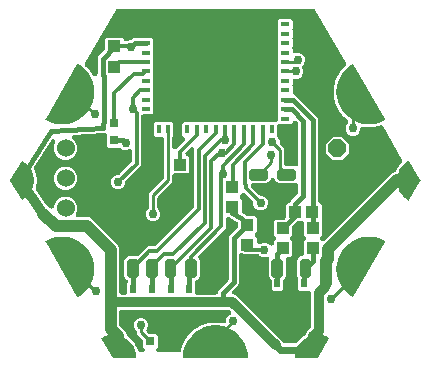
<source format=gbr>
G04 EAGLE Gerber RS-274X export*
G75*
%MOMM*%
%FSLAX34Y34*%
%LPD*%
%INTop Copper*%
%IPPOS*%
%AMOC8*
5,1,8,0,0,1.08239X$1,22.5*%
G01*
%ADD10R,0.800000X0.800000*%
%ADD11R,1.100000X1.000000*%
%ADD12C,1.000000*%
%ADD13P,1.649562X8X202.500000*%
%ADD14C,1.524000*%
%ADD15R,0.800000X0.400000*%
%ADD16R,0.400000X0.800000*%
%ADD17R,1.450000X1.450000*%
%ADD18R,0.700000X0.700000*%
%ADD19C,0.499997*%
%ADD20R,0.500000X0.800000*%
%ADD21C,0.756400*%
%ADD22C,0.406400*%
%ADD23C,0.304800*%
%ADD24C,1.016000*%
%ADD25C,0.812800*%
%ADD26C,0.609600*%
%ADD27C,0.254000*%
%ADD28C,0.508000*%

G36*
X-76650Y53978D02*
X-76650Y53978D01*
X-76632Y53976D01*
X-76450Y53997D01*
X-76267Y54016D01*
X-76250Y54021D01*
X-76233Y54023D01*
X-76058Y54080D01*
X-75882Y54134D01*
X-75867Y54142D01*
X-75850Y54148D01*
X-75690Y54238D01*
X-75528Y54326D01*
X-75515Y54337D01*
X-75499Y54346D01*
X-75360Y54466D01*
X-75219Y54583D01*
X-75208Y54597D01*
X-75194Y54609D01*
X-75082Y54754D01*
X-74967Y54897D01*
X-74959Y54913D01*
X-74948Y54927D01*
X-74866Y55092D01*
X-74781Y55254D01*
X-74776Y55271D01*
X-74768Y55287D01*
X-74721Y55466D01*
X-74670Y55641D01*
X-74668Y55659D01*
X-74664Y55676D01*
X-74637Y56007D01*
X-74637Y63599D01*
X-74619Y63621D01*
X-74509Y63757D01*
X-74496Y63780D01*
X-74480Y63802D01*
X-74402Y63958D01*
X-74320Y64112D01*
X-74312Y64138D01*
X-74300Y64162D01*
X-74255Y64331D01*
X-74205Y64498D01*
X-74203Y64525D01*
X-74196Y64551D01*
X-74169Y64882D01*
X-74169Y64915D01*
X-74171Y64938D01*
X-74169Y64961D01*
X-74191Y65138D01*
X-74209Y65316D01*
X-74215Y65338D01*
X-74218Y65360D01*
X-74274Y65530D01*
X-74327Y65701D01*
X-74338Y65721D01*
X-74345Y65743D01*
X-74433Y65897D01*
X-74519Y66055D01*
X-74533Y66072D01*
X-74545Y66092D01*
X-74662Y66227D01*
X-74776Y66364D01*
X-74794Y66378D01*
X-74809Y66396D01*
X-74834Y66414D01*
X-76408Y67989D01*
X-77137Y69748D01*
X-77137Y82652D01*
X-76408Y84411D01*
X-75061Y85758D01*
X-73302Y86487D01*
X-66843Y86487D01*
X-66816Y86489D01*
X-66789Y86487D01*
X-66615Y86509D01*
X-66442Y86527D01*
X-66416Y86534D01*
X-66390Y86538D01*
X-66224Y86594D01*
X-66057Y86645D01*
X-66033Y86658D01*
X-66008Y86666D01*
X-65856Y86753D01*
X-65703Y86836D01*
X-65682Y86854D01*
X-65659Y86867D01*
X-65406Y87082D01*
X-57492Y94996D01*
X-51582Y94996D01*
X-51555Y94998D01*
X-51529Y94996D01*
X-51355Y95018D01*
X-51181Y95036D01*
X-51156Y95043D01*
X-51129Y95047D01*
X-50964Y95102D01*
X-50796Y95154D01*
X-50773Y95167D01*
X-50748Y95175D01*
X-50596Y95262D01*
X-50442Y95346D01*
X-50422Y95363D01*
X-50399Y95376D01*
X-50146Y95591D01*
X-18693Y127043D01*
X-18676Y127064D01*
X-18656Y127081D01*
X-18549Y127219D01*
X-18438Y127355D01*
X-18426Y127378D01*
X-18409Y127399D01*
X-18331Y127556D01*
X-18249Y127710D01*
X-18242Y127736D01*
X-18230Y127760D01*
X-18184Y127929D01*
X-18135Y128096D01*
X-18132Y128123D01*
X-18125Y128149D01*
X-18098Y128480D01*
X-18098Y176734D01*
X-18099Y176743D01*
X-18098Y176752D01*
X-18119Y176945D01*
X-18138Y177134D01*
X-18141Y177143D01*
X-18142Y177152D01*
X-18200Y177336D01*
X-18256Y177519D01*
X-18261Y177527D01*
X-18263Y177536D01*
X-18356Y177704D01*
X-18448Y177873D01*
X-18454Y177880D01*
X-18458Y177888D01*
X-18583Y178035D01*
X-18706Y178183D01*
X-18713Y178188D01*
X-18719Y178195D01*
X-18870Y178315D01*
X-19020Y178435D01*
X-19027Y178439D01*
X-19034Y178445D01*
X-19207Y178532D01*
X-19377Y178620D01*
X-19385Y178623D01*
X-19393Y178627D01*
X-19580Y178679D01*
X-19764Y178732D01*
X-19773Y178733D01*
X-19781Y178735D01*
X-19974Y178749D01*
X-20165Y178765D01*
X-20174Y178764D01*
X-20183Y178764D01*
X-20375Y178740D01*
X-20565Y178718D01*
X-20573Y178715D01*
X-20582Y178714D01*
X-20764Y178653D01*
X-20948Y178593D01*
X-20956Y178588D01*
X-20964Y178586D01*
X-21131Y178490D01*
X-21298Y178395D01*
X-21305Y178389D01*
X-21313Y178385D01*
X-21566Y178170D01*
X-24907Y174829D01*
X-24912Y174822D01*
X-24919Y174817D01*
X-25039Y174667D01*
X-25162Y174518D01*
X-25166Y174510D01*
X-25171Y174503D01*
X-25260Y174332D01*
X-25350Y174162D01*
X-25353Y174154D01*
X-25357Y174146D01*
X-25410Y173960D01*
X-25465Y173776D01*
X-25466Y173767D01*
X-25468Y173759D01*
X-25484Y173566D01*
X-25501Y173375D01*
X-25500Y173366D01*
X-25501Y173357D01*
X-25479Y173168D01*
X-25458Y172975D01*
X-25455Y172966D01*
X-25454Y172958D01*
X-25395Y172776D01*
X-25337Y172591D01*
X-25332Y172583D01*
X-25329Y172575D01*
X-25234Y172406D01*
X-25142Y172239D01*
X-25136Y172232D01*
X-25132Y172224D01*
X-25006Y172078D01*
X-24881Y171932D01*
X-24874Y171926D01*
X-24868Y171919D01*
X-24717Y171802D01*
X-24565Y171682D01*
X-24557Y171678D01*
X-24550Y171673D01*
X-24378Y171587D01*
X-24206Y171500D01*
X-24198Y171497D01*
X-24190Y171493D01*
X-24003Y171443D01*
X-23818Y171392D01*
X-23810Y171391D01*
X-23801Y171389D01*
X-23737Y171384D01*
X-22376Y170022D01*
X-22376Y158128D01*
X-23715Y156788D01*
X-34451Y156788D01*
X-34469Y156786D01*
X-34486Y156788D01*
X-34669Y156767D01*
X-34852Y156748D01*
X-34869Y156743D01*
X-34886Y156741D01*
X-35061Y156684D01*
X-35236Y156630D01*
X-35252Y156622D01*
X-35269Y156616D01*
X-35429Y156526D01*
X-35591Y156438D01*
X-35604Y156427D01*
X-35620Y156418D01*
X-35759Y156298D01*
X-35900Y156181D01*
X-35911Y156167D01*
X-35924Y156155D01*
X-36037Y156010D01*
X-36152Y155867D01*
X-36160Y155851D01*
X-36171Y155837D01*
X-36253Y155672D01*
X-36338Y155510D01*
X-36343Y155493D01*
X-36351Y155477D01*
X-36398Y155298D01*
X-36449Y155123D01*
X-36450Y155105D01*
X-36455Y155088D01*
X-36482Y154757D01*
X-36482Y149259D01*
X-48587Y137154D01*
X-48604Y137133D01*
X-48624Y137116D01*
X-48731Y136978D01*
X-48842Y136843D01*
X-48855Y136819D01*
X-48871Y136798D01*
X-48949Y136641D01*
X-49031Y136487D01*
X-49039Y136461D01*
X-49051Y136437D01*
X-49096Y136268D01*
X-49146Y136101D01*
X-49148Y136074D01*
X-49155Y136049D01*
X-49182Y135718D01*
X-49182Y128025D01*
X-49180Y127998D01*
X-49182Y127971D01*
X-49160Y127797D01*
X-49142Y127624D01*
X-49134Y127598D01*
X-49131Y127572D01*
X-49075Y127406D01*
X-49024Y127239D01*
X-49011Y127215D01*
X-49003Y127190D01*
X-48916Y127039D01*
X-48832Y126885D01*
X-48815Y126865D01*
X-48802Y126841D01*
X-48587Y126588D01*
X-47594Y125595D01*
X-46670Y123365D01*
X-46670Y120950D01*
X-47594Y118720D01*
X-49301Y117013D01*
X-51532Y116089D01*
X-53946Y116089D01*
X-56177Y117013D01*
X-57884Y118720D01*
X-58808Y120950D01*
X-58808Y123365D01*
X-57884Y125595D01*
X-56891Y126588D01*
X-56874Y126609D01*
X-56853Y126626D01*
X-56746Y126764D01*
X-56636Y126900D01*
X-56623Y126923D01*
X-56607Y126945D01*
X-56529Y127102D01*
X-56447Y127256D01*
X-56439Y127281D01*
X-56427Y127305D01*
X-56382Y127475D01*
X-56332Y127641D01*
X-56330Y127668D01*
X-56323Y127694D01*
X-56296Y128025D01*
X-56296Y139506D01*
X-44191Y151611D01*
X-44174Y151632D01*
X-44153Y151649D01*
X-44046Y151787D01*
X-43936Y151922D01*
X-43923Y151946D01*
X-43907Y151967D01*
X-43829Y152124D01*
X-43747Y152278D01*
X-43739Y152304D01*
X-43727Y152328D01*
X-43682Y152497D01*
X-43632Y152664D01*
X-43630Y152691D01*
X-43623Y152716D01*
X-43596Y153047D01*
X-43596Y185570D01*
X-43597Y185587D01*
X-43596Y185605D01*
X-43617Y185787D01*
X-43636Y185970D01*
X-43641Y185987D01*
X-43643Y186005D01*
X-43700Y186179D01*
X-43754Y186355D01*
X-43762Y186371D01*
X-43768Y186388D01*
X-43858Y186548D01*
X-43945Y186709D01*
X-43957Y186723D01*
X-43966Y186738D01*
X-44086Y186878D01*
X-44203Y187018D01*
X-44217Y187030D01*
X-44229Y187043D01*
X-44374Y187156D01*
X-44517Y187271D01*
X-44533Y187279D01*
X-44547Y187290D01*
X-44712Y187372D01*
X-44874Y187456D01*
X-44891Y187461D01*
X-44907Y187469D01*
X-45086Y187517D01*
X-45261Y187568D01*
X-45279Y187569D01*
X-45296Y187574D01*
X-45627Y187601D01*
X-50947Y187601D01*
X-52287Y188940D01*
X-52287Y198835D01*
X-50947Y200174D01*
X-44883Y200174D01*
X-44769Y200114D01*
X-44752Y200109D01*
X-44736Y200101D01*
X-44559Y200052D01*
X-44383Y199999D01*
X-44366Y199998D01*
X-44348Y199993D01*
X-44165Y199979D01*
X-43982Y199963D01*
X-43965Y199965D01*
X-43947Y199963D01*
X-43765Y199986D01*
X-43582Y200006D01*
X-43565Y200012D01*
X-43547Y200014D01*
X-43373Y200072D01*
X-43198Y200128D01*
X-43183Y200136D01*
X-43166Y200142D01*
X-43110Y200174D01*
X-37053Y200174D01*
X-35713Y198835D01*
X-35713Y188940D01*
X-35887Y188766D01*
X-35904Y188746D01*
X-35924Y188728D01*
X-36031Y188590D01*
X-36142Y188455D01*
X-36155Y188431D01*
X-36171Y188410D01*
X-36249Y188253D01*
X-36331Y188099D01*
X-36339Y188074D01*
X-36351Y188049D01*
X-36396Y187880D01*
X-36446Y187713D01*
X-36448Y187687D01*
X-36455Y187661D01*
X-36482Y187330D01*
X-36482Y178936D01*
X-36481Y178927D01*
X-36482Y178918D01*
X-36461Y178725D01*
X-36442Y178535D01*
X-36440Y178527D01*
X-36439Y178518D01*
X-36380Y178334D01*
X-36324Y178150D01*
X-36320Y178142D01*
X-36317Y178134D01*
X-36224Y177966D01*
X-36132Y177796D01*
X-36127Y177789D01*
X-36122Y177782D01*
X-35998Y177635D01*
X-35875Y177487D01*
X-35868Y177481D01*
X-35862Y177475D01*
X-35711Y177356D01*
X-35561Y177235D01*
X-35553Y177231D01*
X-35546Y177225D01*
X-35373Y177137D01*
X-35204Y177049D01*
X-35195Y177047D01*
X-35187Y177043D01*
X-35001Y176991D01*
X-34817Y176938D01*
X-34808Y176937D01*
X-34799Y176935D01*
X-34606Y176921D01*
X-34415Y176905D01*
X-34407Y176906D01*
X-34398Y176905D01*
X-34205Y176930D01*
X-34016Y176952D01*
X-34007Y176955D01*
X-33998Y176956D01*
X-33815Y177017D01*
X-33633Y177077D01*
X-33625Y177081D01*
X-33617Y177084D01*
X-33450Y177180D01*
X-33282Y177275D01*
X-33275Y177280D01*
X-33268Y177285D01*
X-33015Y177500D01*
X-26367Y184148D01*
X-26355Y184161D01*
X-26342Y184173D01*
X-26228Y184317D01*
X-26112Y184459D01*
X-26103Y184475D01*
X-26092Y184489D01*
X-26009Y184653D01*
X-25923Y184815D01*
X-25918Y184832D01*
X-25910Y184848D01*
X-25860Y185025D01*
X-25808Y185201D01*
X-25807Y185218D01*
X-25802Y185236D01*
X-25788Y185419D01*
X-25772Y185602D01*
X-25774Y185619D01*
X-25772Y185637D01*
X-25795Y185819D01*
X-25815Y186002D01*
X-25821Y186019D01*
X-25823Y186037D01*
X-25881Y186211D01*
X-25937Y186386D01*
X-25945Y186401D01*
X-25951Y186418D01*
X-26042Y186577D01*
X-26131Y186738D01*
X-26143Y186752D01*
X-26152Y186767D01*
X-26367Y187020D01*
X-28287Y188940D01*
X-28287Y198835D01*
X-26947Y200174D01*
X-20883Y200174D01*
X-20769Y200114D01*
X-20752Y200109D01*
X-20736Y200101D01*
X-20559Y200052D01*
X-20383Y199999D01*
X-20366Y199998D01*
X-20348Y199993D01*
X-20165Y199979D01*
X-19982Y199963D01*
X-19965Y199965D01*
X-19947Y199963D01*
X-19765Y199986D01*
X-19582Y200006D01*
X-19565Y200012D01*
X-19547Y200014D01*
X-19373Y200072D01*
X-19198Y200128D01*
X-19183Y200136D01*
X-19166Y200142D01*
X-19110Y200174D01*
X-12883Y200174D01*
X-12769Y200114D01*
X-12752Y200109D01*
X-12736Y200101D01*
X-12559Y200052D01*
X-12383Y199999D01*
X-12366Y199998D01*
X-12348Y199993D01*
X-12165Y199979D01*
X-11982Y199963D01*
X-11965Y199965D01*
X-11947Y199963D01*
X-11765Y199986D01*
X-11582Y200006D01*
X-11565Y200012D01*
X-11547Y200014D01*
X-11373Y200072D01*
X-11198Y200128D01*
X-11183Y200136D01*
X-11166Y200142D01*
X-11110Y200174D01*
X-4883Y200174D01*
X-4769Y200114D01*
X-4752Y200109D01*
X-4736Y200101D01*
X-4559Y200052D01*
X-4383Y199999D01*
X-4366Y199998D01*
X-4348Y199993D01*
X-4165Y199979D01*
X-3982Y199963D01*
X-3965Y199965D01*
X-3947Y199963D01*
X-3765Y199986D01*
X-3582Y200006D01*
X-3565Y200012D01*
X-3547Y200014D01*
X-3373Y200072D01*
X-3198Y200128D01*
X-3183Y200136D01*
X-3166Y200142D01*
X-3110Y200174D01*
X3117Y200174D01*
X3231Y200114D01*
X3248Y200109D01*
X3264Y200101D01*
X3441Y200052D01*
X3617Y199999D01*
X3634Y199998D01*
X3652Y199993D01*
X3835Y199979D01*
X4018Y199963D01*
X4035Y199965D01*
X4053Y199963D01*
X4235Y199986D01*
X4418Y200006D01*
X4435Y200012D01*
X4453Y200014D01*
X4627Y200072D01*
X4802Y200128D01*
X4817Y200136D01*
X4834Y200142D01*
X4890Y200174D01*
X11117Y200174D01*
X11231Y200114D01*
X11248Y200109D01*
X11264Y200101D01*
X11441Y200052D01*
X11617Y199999D01*
X11634Y199998D01*
X11652Y199993D01*
X11835Y199979D01*
X12018Y199963D01*
X12035Y199965D01*
X12053Y199963D01*
X12235Y199986D01*
X12418Y200006D01*
X12435Y200012D01*
X12453Y200014D01*
X12627Y200072D01*
X12802Y200128D01*
X12817Y200136D01*
X12834Y200142D01*
X12890Y200174D01*
X19117Y200174D01*
X19231Y200114D01*
X19248Y200109D01*
X19264Y200101D01*
X19441Y200052D01*
X19617Y199999D01*
X19634Y199998D01*
X19652Y199993D01*
X19835Y199979D01*
X20018Y199963D01*
X20035Y199965D01*
X20053Y199963D01*
X20235Y199986D01*
X20418Y200006D01*
X20435Y200012D01*
X20453Y200014D01*
X20627Y200072D01*
X20802Y200128D01*
X20817Y200136D01*
X20834Y200142D01*
X20890Y200174D01*
X27117Y200174D01*
X27231Y200114D01*
X27248Y200109D01*
X27264Y200101D01*
X27441Y200052D01*
X27617Y199999D01*
X27634Y199998D01*
X27652Y199993D01*
X27835Y199979D01*
X28018Y199963D01*
X28035Y199965D01*
X28053Y199963D01*
X28235Y199986D01*
X28418Y200006D01*
X28435Y200012D01*
X28453Y200014D01*
X28627Y200072D01*
X28802Y200128D01*
X28817Y200136D01*
X28834Y200142D01*
X28890Y200174D01*
X35117Y200174D01*
X35231Y200114D01*
X35248Y200109D01*
X35264Y200101D01*
X35441Y200052D01*
X35617Y199999D01*
X35634Y199998D01*
X35652Y199993D01*
X35835Y199979D01*
X36018Y199963D01*
X36035Y199965D01*
X36053Y199963D01*
X36235Y199986D01*
X36418Y200006D01*
X36435Y200012D01*
X36453Y200014D01*
X36627Y200072D01*
X36802Y200128D01*
X36817Y200136D01*
X36834Y200142D01*
X36890Y200174D01*
X43117Y200174D01*
X43231Y200114D01*
X43248Y200109D01*
X43264Y200101D01*
X43441Y200052D01*
X43617Y199999D01*
X43634Y199998D01*
X43652Y199993D01*
X43835Y199979D01*
X44018Y199963D01*
X44035Y199965D01*
X44053Y199963D01*
X44235Y199986D01*
X44418Y200006D01*
X44435Y200012D01*
X44453Y200014D01*
X44627Y200072D01*
X44802Y200128D01*
X44817Y200136D01*
X44834Y200142D01*
X44890Y200174D01*
X50682Y200174D01*
X50700Y200176D01*
X50718Y200175D01*
X50900Y200196D01*
X51083Y200214D01*
X51100Y200219D01*
X51117Y200221D01*
X51292Y200278D01*
X51468Y200332D01*
X51483Y200341D01*
X51500Y200346D01*
X51660Y200437D01*
X51822Y200524D01*
X51835Y200535D01*
X51851Y200544D01*
X51990Y200664D01*
X52131Y200782D01*
X52142Y200796D01*
X52156Y200807D01*
X52268Y200952D01*
X52383Y201096D01*
X52391Y201111D01*
X52402Y201125D01*
X52484Y201290D01*
X52569Y201453D01*
X52574Y201470D01*
X52582Y201486D01*
X52629Y201664D01*
X52680Y201840D01*
X52682Y201858D01*
X52686Y201875D01*
X52713Y202205D01*
X52713Y206005D01*
X52773Y206118D01*
X52779Y206135D01*
X52787Y206151D01*
X52836Y206328D01*
X52888Y206504D01*
X52890Y206522D01*
X52895Y206539D01*
X52908Y206722D01*
X52925Y206905D01*
X52923Y206923D01*
X52924Y206941D01*
X52901Y207123D01*
X52881Y207305D01*
X52876Y207323D01*
X52874Y207340D01*
X52815Y207514D01*
X52760Y207689D01*
X52751Y207705D01*
X52745Y207722D01*
X52713Y207778D01*
X52713Y214005D01*
X52773Y214118D01*
X52779Y214135D01*
X52787Y214151D01*
X52836Y214328D01*
X52888Y214504D01*
X52890Y214522D01*
X52895Y214539D01*
X52908Y214722D01*
X52925Y214905D01*
X52923Y214923D01*
X52924Y214941D01*
X52901Y215123D01*
X52881Y215305D01*
X52876Y215323D01*
X52874Y215340D01*
X52815Y215514D01*
X52760Y215689D01*
X52751Y215705D01*
X52745Y215722D01*
X52713Y215778D01*
X52713Y222005D01*
X52773Y222118D01*
X52779Y222135D01*
X52787Y222151D01*
X52836Y222328D01*
X52888Y222504D01*
X52890Y222522D01*
X52895Y222539D01*
X52908Y222722D01*
X52925Y222905D01*
X52923Y222923D01*
X52924Y222941D01*
X52901Y223123D01*
X52881Y223305D01*
X52876Y223323D01*
X52874Y223340D01*
X52815Y223514D01*
X52760Y223689D01*
X52751Y223705D01*
X52745Y223722D01*
X52713Y223778D01*
X52713Y230005D01*
X52773Y230118D01*
X52779Y230135D01*
X52787Y230151D01*
X52836Y230328D01*
X52888Y230504D01*
X52890Y230522D01*
X52895Y230539D01*
X52908Y230722D01*
X52925Y230905D01*
X52923Y230923D01*
X52924Y230941D01*
X52901Y231123D01*
X52881Y231305D01*
X52876Y231323D01*
X52874Y231340D01*
X52815Y231514D01*
X52760Y231689D01*
X52751Y231705D01*
X52745Y231722D01*
X52713Y231778D01*
X52713Y238005D01*
X52773Y238118D01*
X52779Y238135D01*
X52787Y238152D01*
X52836Y238329D01*
X52888Y238504D01*
X52890Y238522D01*
X52895Y238539D01*
X52908Y238722D01*
X52925Y238905D01*
X52923Y238923D01*
X52924Y238941D01*
X52901Y239122D01*
X52881Y239306D01*
X52876Y239323D01*
X52874Y239340D01*
X52815Y239514D01*
X52760Y239689D01*
X52751Y239705D01*
X52745Y239722D01*
X52713Y239778D01*
X52713Y246005D01*
X52773Y246118D01*
X52779Y246135D01*
X52787Y246151D01*
X52836Y246328D01*
X52888Y246504D01*
X52890Y246522D01*
X52895Y246539D01*
X52908Y246722D01*
X52925Y246905D01*
X52923Y246923D01*
X52924Y246941D01*
X52901Y247123D01*
X52881Y247305D01*
X52876Y247323D01*
X52874Y247340D01*
X52815Y247514D01*
X52760Y247689D01*
X52751Y247705D01*
X52745Y247722D01*
X52713Y247778D01*
X52713Y254005D01*
X52773Y254118D01*
X52779Y254135D01*
X52787Y254151D01*
X52836Y254328D01*
X52888Y254504D01*
X52890Y254522D01*
X52895Y254539D01*
X52908Y254722D01*
X52925Y254905D01*
X52923Y254923D01*
X52924Y254941D01*
X52901Y255123D01*
X52881Y255305D01*
X52876Y255323D01*
X52874Y255340D01*
X52815Y255514D01*
X52760Y255689D01*
X52751Y255705D01*
X52745Y255722D01*
X52713Y255778D01*
X52713Y262005D01*
X52773Y262118D01*
X52779Y262135D01*
X52787Y262151D01*
X52836Y262328D01*
X52888Y262504D01*
X52890Y262522D01*
X52895Y262539D01*
X52908Y262722D01*
X52925Y262905D01*
X52923Y262923D01*
X52924Y262941D01*
X52901Y263123D01*
X52881Y263305D01*
X52876Y263323D01*
X52874Y263340D01*
X52815Y263514D01*
X52760Y263689D01*
X52751Y263705D01*
X52745Y263722D01*
X52713Y263778D01*
X52713Y270005D01*
X52773Y270118D01*
X52779Y270135D01*
X52787Y270151D01*
X52836Y270328D01*
X52888Y270504D01*
X52890Y270522D01*
X52895Y270539D01*
X52908Y270722D01*
X52925Y270905D01*
X52923Y270923D01*
X52924Y270941D01*
X52901Y271123D01*
X52881Y271305D01*
X52876Y271323D01*
X52874Y271340D01*
X52815Y271514D01*
X52760Y271689D01*
X52751Y271705D01*
X52745Y271722D01*
X52713Y271778D01*
X52713Y278005D01*
X52773Y278118D01*
X52779Y278135D01*
X52787Y278151D01*
X52836Y278328D01*
X52888Y278504D01*
X52890Y278522D01*
X52895Y278539D01*
X52908Y278722D01*
X52925Y278905D01*
X52923Y278923D01*
X52924Y278941D01*
X52901Y279123D01*
X52881Y279305D01*
X52876Y279323D01*
X52874Y279340D01*
X52815Y279514D01*
X52760Y279689D01*
X52751Y279705D01*
X52745Y279722D01*
X52713Y279778D01*
X52713Y285835D01*
X54053Y287174D01*
X63947Y287174D01*
X65287Y285835D01*
X65287Y279770D01*
X65227Y279657D01*
X65221Y279640D01*
X65213Y279623D01*
X65164Y279446D01*
X65112Y279271D01*
X65110Y279253D01*
X65105Y279236D01*
X65092Y279053D01*
X65075Y278870D01*
X65077Y278852D01*
X65076Y278834D01*
X65099Y278653D01*
X65119Y278469D01*
X65124Y278452D01*
X65126Y278435D01*
X65185Y278261D01*
X65240Y278086D01*
X65249Y278070D01*
X65255Y278053D01*
X65287Y277997D01*
X65287Y271770D01*
X65227Y271657D01*
X65221Y271640D01*
X65213Y271623D01*
X65164Y271446D01*
X65112Y271271D01*
X65110Y271253D01*
X65105Y271236D01*
X65092Y271053D01*
X65075Y270870D01*
X65077Y270852D01*
X65076Y270834D01*
X65099Y270653D01*
X65119Y270469D01*
X65124Y270452D01*
X65126Y270435D01*
X65185Y270261D01*
X65240Y270086D01*
X65249Y270070D01*
X65255Y270053D01*
X65287Y269997D01*
X65287Y263770D01*
X65227Y263657D01*
X65221Y263640D01*
X65213Y263623D01*
X65164Y263446D01*
X65112Y263271D01*
X65110Y263253D01*
X65105Y263236D01*
X65092Y263053D01*
X65075Y262870D01*
X65077Y262852D01*
X65076Y262834D01*
X65099Y262653D01*
X65119Y262469D01*
X65124Y262452D01*
X65126Y262435D01*
X65185Y262261D01*
X65240Y262086D01*
X65249Y262070D01*
X65255Y262053D01*
X65287Y261997D01*
X65287Y260456D01*
X65288Y260443D01*
X65287Y260429D01*
X65308Y260243D01*
X65327Y260055D01*
X65331Y260043D01*
X65332Y260029D01*
X65390Y259850D01*
X65445Y259671D01*
X65451Y259659D01*
X65455Y259646D01*
X65547Y259482D01*
X65637Y259316D01*
X65645Y259306D01*
X65652Y259294D01*
X65774Y259151D01*
X65894Y259007D01*
X65905Y258999D01*
X65913Y258989D01*
X66062Y258872D01*
X66208Y258755D01*
X66220Y258749D01*
X66230Y258740D01*
X66400Y258655D01*
X66565Y258569D01*
X66578Y258566D01*
X66590Y258560D01*
X66772Y258510D01*
X66952Y258458D01*
X66966Y258457D01*
X66979Y258453D01*
X67165Y258441D01*
X67354Y258425D01*
X67367Y258427D01*
X67380Y258426D01*
X67566Y258450D01*
X67753Y258472D01*
X67766Y258476D01*
X67779Y258478D01*
X68095Y258579D01*
X68643Y258806D01*
X71057Y258806D01*
X73288Y257882D01*
X74995Y256175D01*
X75919Y253945D01*
X75919Y251530D01*
X74995Y249300D01*
X73961Y248266D01*
X73947Y248249D01*
X73930Y248234D01*
X73819Y248093D01*
X73706Y247954D01*
X73695Y247935D01*
X73681Y247917D01*
X73601Y247757D01*
X73517Y247599D01*
X73511Y247577D01*
X73501Y247557D01*
X73453Y247384D01*
X73402Y247213D01*
X73400Y247190D01*
X73394Y247169D01*
X73382Y246991D01*
X73366Y246812D01*
X73368Y246789D01*
X73367Y246767D01*
X73390Y246591D01*
X73409Y246411D01*
X73416Y246390D01*
X73419Y246368D01*
X73520Y246052D01*
X74331Y244095D01*
X74331Y241680D01*
X73407Y239450D01*
X71700Y237743D01*
X69470Y236819D01*
X67318Y236819D01*
X67300Y236817D01*
X67282Y236818D01*
X67100Y236797D01*
X66917Y236779D01*
X66900Y236774D01*
X66883Y236772D01*
X66708Y236715D01*
X66532Y236661D01*
X66517Y236652D01*
X66500Y236647D01*
X66340Y236556D01*
X66178Y236469D01*
X66165Y236458D01*
X66149Y236449D01*
X66010Y236329D01*
X65869Y236211D01*
X65858Y236197D01*
X65844Y236186D01*
X65732Y236041D01*
X65617Y235897D01*
X65609Y235882D01*
X65598Y235868D01*
X65516Y235703D01*
X65431Y235540D01*
X65426Y235523D01*
X65418Y235507D01*
X65371Y235329D01*
X65320Y235153D01*
X65318Y235135D01*
X65314Y235118D01*
X65287Y234788D01*
X65287Y231770D01*
X65227Y231657D01*
X65221Y231640D01*
X65213Y231623D01*
X65164Y231446D01*
X65112Y231271D01*
X65110Y231253D01*
X65105Y231236D01*
X65092Y231053D01*
X65075Y230870D01*
X65077Y230852D01*
X65076Y230834D01*
X65099Y230653D01*
X65119Y230469D01*
X65124Y230452D01*
X65126Y230435D01*
X65185Y230261D01*
X65240Y230086D01*
X65249Y230070D01*
X65255Y230053D01*
X65287Y229997D01*
X65287Y225115D01*
X65289Y225092D01*
X65287Y225070D01*
X65309Y224893D01*
X65327Y224714D01*
X65333Y224693D01*
X65336Y224671D01*
X65392Y224501D01*
X65445Y224329D01*
X65455Y224310D01*
X65462Y224288D01*
X65551Y224132D01*
X65637Y223975D01*
X65651Y223958D01*
X65662Y223939D01*
X65780Y223803D01*
X65894Y223666D01*
X65912Y223652D01*
X65926Y223635D01*
X66068Y223526D01*
X66208Y223413D01*
X66228Y223403D01*
X66246Y223390D01*
X66541Y223238D01*
X68205Y222549D01*
X86211Y204542D01*
X86869Y202955D01*
X86869Y133143D01*
X86871Y133125D01*
X86869Y133107D01*
X86890Y132925D01*
X86909Y132742D01*
X86914Y132725D01*
X86916Y132708D01*
X86973Y132533D01*
X87027Y132357D01*
X87035Y132342D01*
X87041Y132325D01*
X87131Y132165D01*
X87219Y132003D01*
X87230Y131990D01*
X87239Y131974D01*
X87359Y131835D01*
X87476Y131694D01*
X87490Y131683D01*
X87502Y131669D01*
X87647Y131557D01*
X87790Y131442D01*
X87806Y131434D01*
X87820Y131423D01*
X87985Y131341D01*
X88147Y131256D01*
X88164Y131251D01*
X88180Y131243D01*
X88348Y131198D01*
X89774Y129772D01*
X89774Y117451D01*
X89777Y117425D01*
X89775Y117398D01*
X89797Y117224D01*
X89814Y117050D01*
X89822Y117025D01*
X89825Y116998D01*
X89881Y116833D01*
X89932Y116666D01*
X89945Y116642D01*
X89954Y116617D01*
X90041Y116465D01*
X90124Y116312D01*
X90141Y116291D01*
X90154Y116268D01*
X90337Y116053D01*
X90337Y104153D01*
X89220Y103036D01*
X89209Y103023D01*
X89195Y103011D01*
X89081Y102867D01*
X88965Y102725D01*
X88957Y102709D01*
X88946Y102695D01*
X88862Y102531D01*
X88777Y102369D01*
X88771Y102352D01*
X88763Y102336D01*
X88714Y102160D01*
X88662Y101983D01*
X88660Y101965D01*
X88655Y101948D01*
X88642Y101766D01*
X88625Y101582D01*
X88627Y101565D01*
X88626Y101547D01*
X88649Y101365D01*
X88669Y101182D01*
X88674Y101165D01*
X88676Y101147D01*
X88734Y100974D01*
X88790Y100798D01*
X88799Y100782D01*
X88805Y100766D01*
X88896Y100607D01*
X88985Y100446D01*
X88997Y100432D01*
X89006Y100417D01*
X89220Y100164D01*
X89634Y99750D01*
X89648Y99739D01*
X89659Y99725D01*
X89803Y99611D01*
X89946Y99495D01*
X89961Y99486D01*
X89975Y99475D01*
X90139Y99392D01*
X90301Y99306D01*
X90318Y99301D01*
X90334Y99293D01*
X90512Y99243D01*
X90687Y99191D01*
X90705Y99190D01*
X90722Y99185D01*
X90906Y99172D01*
X91088Y99155D01*
X91106Y99157D01*
X91124Y99156D01*
X91306Y99179D01*
X91488Y99198D01*
X91505Y99204D01*
X91523Y99206D01*
X91698Y99265D01*
X91872Y99320D01*
X91888Y99328D01*
X91905Y99334D01*
X92064Y99426D01*
X92225Y99515D01*
X92238Y99526D01*
X92254Y99535D01*
X92507Y99750D01*
X149590Y156833D01*
X151746Y157726D01*
X151866Y157790D01*
X151991Y157847D01*
X152044Y157885D01*
X152101Y157916D01*
X152206Y158003D01*
X152317Y158083D01*
X152361Y158131D01*
X152412Y158173D01*
X152498Y158278D01*
X152590Y158379D01*
X152630Y158442D01*
X152665Y158485D01*
X152702Y158556D01*
X152768Y158659D01*
X152950Y159006D01*
X152957Y159025D01*
X153078Y159307D01*
X153351Y160125D01*
X153422Y160179D01*
X153493Y160260D01*
X153570Y160334D01*
X153624Y160411D01*
X153686Y160482D01*
X153740Y160576D01*
X153802Y160664D01*
X153839Y160750D01*
X153886Y160832D01*
X153920Y160934D01*
X153963Y161033D01*
X153983Y161125D01*
X154013Y161214D01*
X154026Y161321D01*
X154049Y161426D01*
X154049Y161451D01*
X154562Y162134D01*
X154573Y162151D01*
X154736Y162410D01*
X155137Y163173D01*
X155215Y163215D01*
X155298Y163284D01*
X155387Y163345D01*
X155453Y163412D01*
X155525Y163472D01*
X155593Y163556D01*
X155668Y163633D01*
X155719Y163712D01*
X155778Y163785D01*
X155828Y163881D01*
X155887Y163972D01*
X155921Y164059D01*
X155965Y164142D01*
X155995Y164246D01*
X156034Y164346D01*
X156039Y164371D01*
X156654Y164962D01*
X156668Y164978D01*
X156871Y165207D01*
X157489Y166028D01*
X157495Y166039D01*
X157503Y166048D01*
X157599Y166211D01*
X157697Y166373D01*
X157701Y166384D01*
X157707Y166394D01*
X157769Y166572D01*
X157834Y166751D01*
X157836Y166763D01*
X157840Y166775D01*
X157865Y166961D01*
X157893Y167150D01*
X157893Y167162D01*
X157894Y167173D01*
X157883Y167361D01*
X157873Y167552D01*
X157870Y167563D01*
X157869Y167575D01*
X157821Y167758D01*
X157774Y167942D01*
X157769Y167953D01*
X157766Y167964D01*
X157624Y168264D01*
X141408Y196352D01*
X141319Y196475D01*
X141237Y196603D01*
X141202Y196638D01*
X141173Y196679D01*
X141062Y196782D01*
X140956Y196891D01*
X140915Y196919D01*
X140878Y196953D01*
X140749Y197033D01*
X140624Y197118D01*
X140572Y197141D01*
X140535Y197164D01*
X140454Y197194D01*
X140321Y197253D01*
X140237Y197282D01*
X140166Y197300D01*
X140157Y197303D01*
X140156Y197303D01*
X140091Y197328D01*
X139967Y197348D01*
X139846Y197377D01*
X139769Y197380D01*
X139693Y197393D01*
X139568Y197388D01*
X139444Y197393D01*
X139368Y197381D01*
X139291Y197378D01*
X139132Y197343D01*
X139046Y197329D01*
X139012Y197317D01*
X138967Y197307D01*
X138139Y197052D01*
X138068Y197022D01*
X137994Y197001D01*
X137883Y196944D01*
X137768Y196895D01*
X137704Y196852D01*
X137636Y196818D01*
X137538Y196740D01*
X137446Y196677D01*
X136574Y196546D01*
X136510Y196529D01*
X136278Y196478D01*
X135430Y196217D01*
X135381Y196233D01*
X135256Y196247D01*
X135133Y196271D01*
X135057Y196270D01*
X134981Y196279D01*
X134818Y196268D01*
X134731Y196267D01*
X134696Y196259D01*
X134650Y196256D01*
X133792Y196127D01*
X133718Y196109D01*
X133642Y196099D01*
X133524Y196059D01*
X133402Y196028D01*
X133333Y195995D01*
X133261Y195971D01*
X133152Y195908D01*
X133052Y195860D01*
X132170Y195861D01*
X132103Y195854D01*
X131868Y195838D01*
X130990Y195706D01*
X130943Y195729D01*
X130823Y195762D01*
X130704Y195803D01*
X130628Y195814D01*
X130555Y195834D01*
X130392Y195847D01*
X130306Y195860D01*
X130270Y195857D01*
X130224Y195861D01*
X129357Y195861D01*
X129281Y195854D01*
X129204Y195856D01*
X129081Y195834D01*
X128956Y195822D01*
X128883Y195799D01*
X128808Y195786D01*
X128691Y195740D01*
X128585Y195708D01*
X127713Y195839D01*
X127646Y195843D01*
X127411Y195862D01*
X126523Y195862D01*
X126481Y195892D01*
X126366Y195943D01*
X126255Y196001D01*
X126182Y196023D01*
X126112Y196054D01*
X125953Y196091D01*
X125869Y196116D01*
X125834Y196119D01*
X125789Y196130D01*
X124932Y196260D01*
X124855Y196263D01*
X124779Y196277D01*
X124655Y196274D01*
X124530Y196280D01*
X124454Y196269D01*
X124377Y196267D01*
X124255Y196239D01*
X124131Y196221D01*
X124059Y196195D01*
X123984Y196178D01*
X123835Y196113D01*
X123753Y196084D01*
X123722Y196065D01*
X123679Y196047D01*
X123613Y196012D01*
X123506Y195941D01*
X123393Y195877D01*
X123338Y195830D01*
X123278Y195790D01*
X123186Y195699D01*
X123088Y195614D01*
X123044Y195557D01*
X122992Y195505D01*
X122921Y195398D01*
X122842Y195296D01*
X122809Y195231D01*
X122769Y195170D01*
X122720Y195051D01*
X122662Y194936D01*
X122644Y194865D01*
X122616Y194798D01*
X122591Y194671D01*
X122558Y194547D01*
X122551Y194463D01*
X122539Y194403D01*
X122540Y194328D01*
X122531Y194216D01*
X122531Y193431D01*
X121607Y191200D01*
X119900Y189493D01*
X117669Y188569D01*
X115255Y188569D01*
X113024Y189493D01*
X111317Y191200D01*
X110393Y193431D01*
X110393Y195845D01*
X111317Y198075D01*
X111958Y198716D01*
X111965Y198724D01*
X111970Y198729D01*
X111997Y198763D01*
X112034Y198796D01*
X112120Y198914D01*
X112213Y199027D01*
X112218Y199037D01*
X112222Y199042D01*
X112242Y199081D01*
X112271Y199121D01*
X112333Y199254D01*
X112401Y199383D01*
X112404Y199394D01*
X112408Y199400D01*
X112420Y199442D01*
X112440Y199487D01*
X112474Y199629D01*
X112516Y199769D01*
X112517Y199780D01*
X112519Y199787D01*
X112523Y199831D01*
X112534Y199878D01*
X112539Y200024D01*
X112552Y200170D01*
X112551Y200180D01*
X112552Y200188D01*
X112547Y200232D01*
X112548Y200280D01*
X112525Y200424D01*
X112509Y200570D01*
X112506Y200580D01*
X112505Y200588D01*
X112491Y200630D01*
X112483Y200678D01*
X112432Y200814D01*
X112388Y200954D01*
X112383Y200963D01*
X112380Y200970D01*
X112358Y201010D01*
X112341Y201054D01*
X112263Y201178D01*
X112193Y201306D01*
X112186Y201313D01*
X112182Y201321D01*
X112152Y201356D01*
X112127Y201396D01*
X111982Y201555D01*
X111932Y201613D01*
X111925Y201619D01*
X111919Y201626D01*
X111911Y201632D01*
X111903Y201640D01*
X111318Y202184D01*
X111264Y202225D01*
X111081Y202373D01*
X110348Y202873D01*
X110329Y202922D01*
X110263Y203028D01*
X110205Y203139D01*
X110156Y203198D01*
X110116Y203263D01*
X110005Y203384D01*
X109950Y203451D01*
X109923Y203474D01*
X109892Y203508D01*
X109256Y204098D01*
X109195Y204144D01*
X109141Y204198D01*
X109036Y204266D01*
X108936Y204341D01*
X108867Y204375D01*
X108803Y204416D01*
X108686Y204462D01*
X108586Y204511D01*
X108036Y205200D01*
X107990Y205248D01*
X107830Y205422D01*
X107180Y206026D01*
X107169Y206077D01*
X107119Y206192D01*
X107078Y206310D01*
X107039Y206376D01*
X107008Y206447D01*
X106917Y206582D01*
X106873Y206657D01*
X106849Y206684D01*
X106823Y206722D01*
X106283Y207400D01*
X106230Y207455D01*
X106183Y207516D01*
X106090Y207599D01*
X106002Y207688D01*
X105939Y207732D01*
X105882Y207782D01*
X105773Y207845D01*
X105681Y207908D01*
X105241Y208671D01*
X105202Y208725D01*
X105070Y208922D01*
X104517Y209616D01*
X104514Y209668D01*
X104481Y209789D01*
X104458Y209912D01*
X104430Y209983D01*
X104410Y210057D01*
X104340Y210205D01*
X104308Y210286D01*
X104288Y210316D01*
X104268Y210357D01*
X103835Y211108D01*
X103790Y211170D01*
X103754Y211237D01*
X103673Y211333D01*
X103600Y211435D01*
X103544Y211487D01*
X103495Y211546D01*
X103397Y211624D01*
X103316Y211700D01*
X102994Y212521D01*
X102963Y212580D01*
X102862Y212794D01*
X102419Y213563D01*
X102423Y213615D01*
X102410Y213739D01*
X102405Y213864D01*
X102387Y213939D01*
X102379Y214015D01*
X102332Y214171D01*
X102312Y214256D01*
X102297Y214289D01*
X102283Y214333D01*
X101967Y215140D01*
X101953Y215167D01*
X101946Y215189D01*
X101926Y215223D01*
X101906Y215280D01*
X101841Y215386D01*
X101784Y215498D01*
X101736Y215558D01*
X101696Y215623D01*
X101611Y215715D01*
X101542Y215803D01*
X101346Y216662D01*
X101324Y216726D01*
X101256Y216952D01*
X100932Y217778D01*
X100945Y217829D01*
X100950Y217954D01*
X100964Y218078D01*
X100957Y218155D01*
X100960Y218231D01*
X100937Y218393D01*
X100930Y218480D01*
X100920Y218514D01*
X100913Y218560D01*
X100721Y219405D01*
X100696Y219477D01*
X100681Y219552D01*
X100632Y219668D01*
X100593Y219786D01*
X100555Y219853D01*
X100525Y219923D01*
X100454Y220027D01*
X100399Y220124D01*
X100333Y221002D01*
X100322Y221069D01*
X100288Y221303D01*
X100091Y222168D01*
X100111Y222216D01*
X100134Y222339D01*
X100167Y222460D01*
X100172Y222536D01*
X100186Y222611D01*
X100187Y222775D01*
X100193Y222862D01*
X100188Y222897D01*
X100188Y222943D01*
X100124Y223808D01*
X100111Y223883D01*
X100107Y223960D01*
X100076Y224081D01*
X100054Y224204D01*
X100026Y224276D01*
X100008Y224350D01*
X99954Y224463D01*
X99913Y224567D01*
X99979Y225445D01*
X99977Y225513D01*
X99979Y225749D01*
X99913Y226634D01*
X99940Y226679D01*
X99981Y226797D01*
X100032Y226912D01*
X100048Y226986D01*
X100073Y227058D01*
X100099Y227220D01*
X100117Y227305D01*
X100118Y227341D01*
X100125Y227386D01*
X100190Y228251D01*
X100188Y228327D01*
X100196Y228403D01*
X100184Y228528D01*
X100180Y228653D01*
X100164Y228728D01*
X100156Y228804D01*
X100119Y228924D01*
X100095Y229032D01*
X100291Y229891D01*
X100299Y229958D01*
X100336Y230192D01*
X100403Y231076D01*
X100436Y231117D01*
X100495Y231227D01*
X100561Y231333D01*
X100589Y231405D01*
X100625Y231473D01*
X100674Y231628D01*
X100705Y231710D01*
X100711Y231745D01*
X100725Y231789D01*
X100918Y232634D01*
X100927Y232710D01*
X100946Y232784D01*
X100953Y232909D01*
X100968Y233033D01*
X100963Y233110D01*
X100966Y233186D01*
X100948Y233310D01*
X100940Y233421D01*
X101262Y234242D01*
X101280Y234306D01*
X101352Y234532D01*
X101549Y235397D01*
X101588Y235432D01*
X101663Y235532D01*
X101744Y235627D01*
X101782Y235694D01*
X101828Y235755D01*
X101899Y235902D01*
X101942Y235978D01*
X101953Y236012D01*
X101974Y236053D01*
X102291Y236860D01*
X102311Y236934D01*
X102341Y237004D01*
X102366Y237127D01*
X102400Y237247D01*
X102406Y237324D01*
X102421Y237399D01*
X102421Y237524D01*
X102430Y237635D01*
X102870Y238398D01*
X102898Y238459D01*
X103002Y238672D01*
X103327Y239498D01*
X103370Y239526D01*
X103459Y239615D01*
X103554Y239696D01*
X103601Y239757D01*
X103655Y239811D01*
X103748Y239945D01*
X103802Y240014D01*
X103818Y240046D01*
X103844Y240084D01*
X104278Y240834D01*
X104309Y240904D01*
X104349Y240969D01*
X104392Y241087D01*
X104444Y241201D01*
X104461Y241275D01*
X104487Y241347D01*
X104506Y241471D01*
X104531Y241580D01*
X105081Y242269D01*
X105117Y242326D01*
X105252Y242520D01*
X105696Y243288D01*
X105743Y243310D01*
X105844Y243384D01*
X105950Y243451D01*
X106006Y243503D01*
X106067Y243549D01*
X106179Y243667D01*
X106243Y243727D01*
X106263Y243757D01*
X106295Y243790D01*
X106835Y244468D01*
X106877Y244532D01*
X106926Y244591D01*
X106986Y244700D01*
X107054Y244806D01*
X107082Y244877D01*
X107119Y244944D01*
X107156Y245064D01*
X107197Y245168D01*
X107843Y245767D01*
X107887Y245817D01*
X108050Y245989D01*
X108603Y246683D01*
X108653Y246697D01*
X108764Y246756D01*
X108879Y246806D01*
X108941Y246849D01*
X109009Y246885D01*
X109138Y246986D01*
X109209Y247036D01*
X109234Y247062D01*
X109270Y247090D01*
X109906Y247680D01*
X109956Y247737D01*
X110014Y247787D01*
X110089Y247887D01*
X110173Y247981D01*
X110211Y248047D01*
X110257Y248108D01*
X110311Y248221D01*
X110374Y248330D01*
X110399Y248402D01*
X110432Y248470D01*
X110476Y248628D01*
X110504Y248711D01*
X110508Y248745D01*
X110511Y248753D01*
X110512Y248759D01*
X110520Y248790D01*
X110531Y248848D01*
X110545Y249001D01*
X110566Y249152D01*
X110563Y249201D01*
X110567Y249249D01*
X110550Y249401D01*
X110541Y249554D01*
X110528Y249601D01*
X110523Y249650D01*
X110476Y249795D01*
X110437Y249943D01*
X110413Y249993D01*
X110400Y250033D01*
X110358Y250108D01*
X110295Y250243D01*
X84451Y295007D01*
X84398Y295081D01*
X84353Y295160D01*
X84281Y295244D01*
X84216Y295334D01*
X84149Y295396D01*
X84090Y295465D01*
X84002Y295533D01*
X83921Y295608D01*
X83844Y295656D01*
X83772Y295712D01*
X83673Y295761D01*
X83578Y295819D01*
X83493Y295851D01*
X83411Y295891D01*
X83304Y295920D01*
X83200Y295958D01*
X83110Y295972D01*
X83022Y295996D01*
X82885Y296007D01*
X82802Y296020D01*
X82755Y296018D01*
X82692Y296023D01*
X-82892Y296023D01*
X-82982Y296014D01*
X-83073Y296015D01*
X-83182Y295994D01*
X-83292Y295983D01*
X-83379Y295956D01*
X-83469Y295939D01*
X-83571Y295897D01*
X-83677Y295865D01*
X-83757Y295821D01*
X-83842Y295787D01*
X-83934Y295726D01*
X-84031Y295673D01*
X-84101Y295615D01*
X-84177Y295564D01*
X-84256Y295486D01*
X-84341Y295415D01*
X-84398Y295344D01*
X-84462Y295280D01*
X-84540Y295167D01*
X-84593Y295101D01*
X-84615Y295059D01*
X-84651Y295007D01*
X-110495Y250243D01*
X-110558Y250104D01*
X-110627Y249967D01*
X-110641Y249920D01*
X-110661Y249876D01*
X-110695Y249727D01*
X-110736Y249580D01*
X-110740Y249531D01*
X-110751Y249483D01*
X-110755Y249331D01*
X-110766Y249178D01*
X-110761Y249123D01*
X-110762Y249081D01*
X-110747Y248996D01*
X-110731Y248848D01*
X-110720Y248790D01*
X-110699Y248717D01*
X-110698Y248715D01*
X-110686Y248642D01*
X-110642Y248524D01*
X-110606Y248404D01*
X-110571Y248337D01*
X-110544Y248265D01*
X-110477Y248159D01*
X-110419Y248048D01*
X-110371Y247989D01*
X-110330Y247924D01*
X-110219Y247803D01*
X-110164Y247736D01*
X-110137Y247713D01*
X-110106Y247680D01*
X-109470Y247090D01*
X-109409Y247044D01*
X-109354Y246990D01*
X-109249Y246923D01*
X-109149Y246847D01*
X-109080Y246814D01*
X-109016Y246772D01*
X-108900Y246726D01*
X-108799Y246678D01*
X-108250Y245989D01*
X-108203Y245941D01*
X-108043Y245767D01*
X-107392Y245163D01*
X-107381Y245112D01*
X-107331Y244997D01*
X-107290Y244879D01*
X-107251Y244813D01*
X-107220Y244743D01*
X-107129Y244608D01*
X-107085Y244533D01*
X-107061Y244506D01*
X-107035Y244468D01*
X-106495Y243790D01*
X-106441Y243735D01*
X-106395Y243674D01*
X-106301Y243591D01*
X-106214Y243502D01*
X-106151Y243459D01*
X-106093Y243408D01*
X-105984Y243345D01*
X-105893Y243282D01*
X-105452Y242520D01*
X-105413Y242465D01*
X-105281Y242269D01*
X-104727Y241575D01*
X-104724Y241523D01*
X-104692Y241402D01*
X-104668Y241279D01*
X-104640Y241208D01*
X-104620Y241134D01*
X-104550Y240986D01*
X-104517Y240906D01*
X-104498Y240876D01*
X-104478Y240834D01*
X-104044Y240084D01*
X-104000Y240021D01*
X-103963Y239954D01*
X-103882Y239858D01*
X-103809Y239757D01*
X-103753Y239705D01*
X-103704Y239646D01*
X-103606Y239568D01*
X-103514Y239482D01*
X-103449Y239442D01*
X-103389Y239395D01*
X-103246Y239317D01*
X-103171Y239272D01*
X-103138Y239259D01*
X-103097Y239238D01*
X-103014Y239201D01*
X-103003Y239193D01*
X-102846Y239111D01*
X-102689Y239025D01*
X-102667Y239018D01*
X-102646Y239007D01*
X-102475Y238958D01*
X-102305Y238905D01*
X-102282Y238902D01*
X-102259Y238896D01*
X-102081Y238881D01*
X-101905Y238863D01*
X-101881Y238865D01*
X-101857Y238863D01*
X-101681Y238884D01*
X-101504Y238900D01*
X-101481Y238907D01*
X-101458Y238910D01*
X-101289Y238965D01*
X-101118Y239016D01*
X-101097Y239027D01*
X-101075Y239035D01*
X-100920Y239122D01*
X-100763Y239206D01*
X-100745Y239221D01*
X-100724Y239233D01*
X-100590Y239349D01*
X-100452Y239462D01*
X-100437Y239480D01*
X-100419Y239496D01*
X-100311Y239636D01*
X-100198Y239774D01*
X-100187Y239795D01*
X-100173Y239814D01*
X-100093Y239974D01*
X-100011Y240130D01*
X-100004Y240153D01*
X-99993Y240174D01*
X-99947Y240347D01*
X-99897Y240517D01*
X-99895Y240540D01*
X-99889Y240563D01*
X-99862Y240894D01*
X-99862Y254735D01*
X-99204Y256322D01*
X-94107Y261420D01*
X-94090Y261441D01*
X-94069Y261458D01*
X-93962Y261596D01*
X-93852Y261731D01*
X-93839Y261755D01*
X-93823Y261776D01*
X-93745Y261933D01*
X-93663Y262087D01*
X-93655Y262113D01*
X-93643Y262137D01*
X-93598Y262306D01*
X-93548Y262473D01*
X-93546Y262500D01*
X-93539Y262526D01*
X-93512Y262856D01*
X-93512Y270035D01*
X-92172Y271374D01*
X-79278Y271374D01*
X-77901Y269997D01*
X-77898Y269972D01*
X-77894Y269960D01*
X-77893Y269946D01*
X-77835Y269767D01*
X-77780Y269587D01*
X-77774Y269576D01*
X-77770Y269563D01*
X-77677Y269398D01*
X-77588Y269233D01*
X-77580Y269223D01*
X-77573Y269211D01*
X-77451Y269068D01*
X-77331Y268924D01*
X-77320Y268916D01*
X-77312Y268906D01*
X-77163Y268789D01*
X-77017Y268672D01*
X-77005Y268666D01*
X-76995Y268657D01*
X-76826Y268573D01*
X-76660Y268486D01*
X-76647Y268483D01*
X-76635Y268477D01*
X-76454Y268427D01*
X-76273Y268375D01*
X-76259Y268374D01*
X-76246Y268370D01*
X-76058Y268357D01*
X-75871Y268342D01*
X-75858Y268344D01*
X-75845Y268343D01*
X-75657Y268367D01*
X-75472Y268389D01*
X-75459Y268393D01*
X-75446Y268395D01*
X-75130Y268496D01*
X-72645Y269526D01*
X-72318Y269526D01*
X-72291Y269528D01*
X-72264Y269526D01*
X-72091Y269548D01*
X-71917Y269566D01*
X-71892Y269573D01*
X-71865Y269577D01*
X-71699Y269632D01*
X-71532Y269684D01*
X-71509Y269697D01*
X-71483Y269705D01*
X-71332Y269792D01*
X-71178Y269876D01*
X-71158Y269893D01*
X-71134Y269906D01*
X-70881Y270121D01*
X-70453Y270549D01*
X-68866Y271206D01*
X-58009Y271206D01*
X-57990Y271201D01*
X-57660Y271174D01*
X-54053Y271174D01*
X-52713Y269835D01*
X-52713Y263770D01*
X-52773Y263657D01*
X-52779Y263640D01*
X-52787Y263624D01*
X-52836Y263445D01*
X-52888Y263271D01*
X-52890Y263253D01*
X-52895Y263236D01*
X-52908Y263053D01*
X-52925Y262870D01*
X-52923Y262852D01*
X-52924Y262834D01*
X-52901Y262652D01*
X-52881Y262470D01*
X-52876Y262452D01*
X-52874Y262435D01*
X-52815Y262261D01*
X-52760Y262086D01*
X-52751Y262070D01*
X-52745Y262053D01*
X-52713Y261997D01*
X-52713Y255770D01*
X-52773Y255657D01*
X-52779Y255640D01*
X-52787Y255624D01*
X-52836Y255445D01*
X-52888Y255271D01*
X-52890Y255253D01*
X-52895Y255236D01*
X-52908Y255053D01*
X-52925Y254870D01*
X-52923Y254852D01*
X-52924Y254834D01*
X-52901Y254652D01*
X-52881Y254470D01*
X-52876Y254452D01*
X-52874Y254435D01*
X-52815Y254261D01*
X-52760Y254086D01*
X-52751Y254070D01*
X-52745Y254053D01*
X-52713Y253997D01*
X-52713Y247770D01*
X-52773Y247657D01*
X-52779Y247640D01*
X-52787Y247624D01*
X-52836Y247445D01*
X-52888Y247271D01*
X-52890Y247253D01*
X-52895Y247236D01*
X-52908Y247053D01*
X-52925Y246870D01*
X-52923Y246852D01*
X-52924Y246834D01*
X-52901Y246652D01*
X-52881Y246470D01*
X-52876Y246452D01*
X-52874Y246435D01*
X-52815Y246261D01*
X-52760Y246086D01*
X-52751Y246070D01*
X-52745Y246053D01*
X-52713Y245997D01*
X-52713Y239770D01*
X-52773Y239657D01*
X-52779Y239640D01*
X-52787Y239624D01*
X-52836Y239447D01*
X-52888Y239271D01*
X-52890Y239253D01*
X-52895Y239236D01*
X-52908Y239052D01*
X-52925Y238870D01*
X-52923Y238852D01*
X-52924Y238834D01*
X-52901Y238652D01*
X-52881Y238470D01*
X-52876Y238452D01*
X-52874Y238435D01*
X-52815Y238261D01*
X-52760Y238086D01*
X-52751Y238070D01*
X-52745Y238053D01*
X-52713Y237997D01*
X-52713Y231770D01*
X-52773Y231657D01*
X-52779Y231640D01*
X-52787Y231624D01*
X-52836Y231445D01*
X-52888Y231271D01*
X-52890Y231253D01*
X-52895Y231236D01*
X-52908Y231053D01*
X-52925Y230870D01*
X-52923Y230852D01*
X-52924Y230834D01*
X-52901Y230652D01*
X-52881Y230470D01*
X-52876Y230452D01*
X-52874Y230435D01*
X-52815Y230261D01*
X-52760Y230086D01*
X-52751Y230070D01*
X-52745Y230053D01*
X-52713Y229997D01*
X-52713Y223770D01*
X-52773Y223657D01*
X-52779Y223640D01*
X-52787Y223624D01*
X-52836Y223445D01*
X-52888Y223271D01*
X-52890Y223253D01*
X-52895Y223236D01*
X-52908Y223053D01*
X-52925Y222870D01*
X-52923Y222852D01*
X-52924Y222834D01*
X-52901Y222652D01*
X-52881Y222470D01*
X-52876Y222452D01*
X-52874Y222435D01*
X-52815Y222261D01*
X-52760Y222086D01*
X-52751Y222070D01*
X-52745Y222053D01*
X-52713Y221997D01*
X-52713Y215770D01*
X-52773Y215657D01*
X-52779Y215640D01*
X-52787Y215624D01*
X-52836Y215445D01*
X-52888Y215271D01*
X-52890Y215253D01*
X-52895Y215236D01*
X-52908Y215053D01*
X-52925Y214870D01*
X-52923Y214852D01*
X-52924Y214834D01*
X-52901Y214652D01*
X-52881Y214470D01*
X-52876Y214452D01*
X-52874Y214435D01*
X-52815Y214261D01*
X-52760Y214086D01*
X-52751Y214070D01*
X-52745Y214053D01*
X-52713Y213997D01*
X-52713Y207940D01*
X-54053Y206601D01*
X-60968Y206601D01*
X-60986Y206599D01*
X-61004Y206600D01*
X-61186Y206579D01*
X-61369Y206561D01*
X-61386Y206556D01*
X-61403Y206554D01*
X-61578Y206497D01*
X-61754Y206443D01*
X-61769Y206434D01*
X-61786Y206429D01*
X-61946Y206338D01*
X-62108Y206251D01*
X-62121Y206240D01*
X-62137Y206231D01*
X-62276Y206111D01*
X-62417Y205993D01*
X-62428Y205979D01*
X-62442Y205968D01*
X-62554Y205823D01*
X-62669Y205679D01*
X-62677Y205664D01*
X-62688Y205650D01*
X-62770Y205485D01*
X-62855Y205322D01*
X-62860Y205305D01*
X-62868Y205289D01*
X-62915Y205111D01*
X-62966Y204935D01*
X-62968Y204917D01*
X-62972Y204900D01*
X-62999Y204570D01*
X-62999Y163387D01*
X-75908Y150478D01*
X-75925Y150457D01*
X-75945Y150440D01*
X-76052Y150302D01*
X-76163Y150166D01*
X-76176Y150143D01*
X-76192Y150121D01*
X-76270Y149964D01*
X-76352Y149810D01*
X-76359Y149785D01*
X-76371Y149761D01*
X-76417Y149591D01*
X-76467Y149425D01*
X-76469Y149398D01*
X-76476Y149372D01*
X-76503Y149041D01*
X-76503Y147996D01*
X-77427Y145766D01*
X-79134Y144058D01*
X-81365Y143134D01*
X-83779Y143134D01*
X-86009Y144058D01*
X-87717Y145766D01*
X-88641Y147996D01*
X-88641Y150410D01*
X-87717Y152641D01*
X-86009Y154348D01*
X-83779Y155272D01*
X-82734Y155272D01*
X-82707Y155275D01*
X-82680Y155273D01*
X-82506Y155295D01*
X-82333Y155312D01*
X-82307Y155320D01*
X-82281Y155323D01*
X-82115Y155379D01*
X-81948Y155430D01*
X-81924Y155443D01*
X-81899Y155451D01*
X-81748Y155539D01*
X-81594Y155622D01*
X-81574Y155639D01*
X-81550Y155652D01*
X-81297Y155867D01*
X-71216Y165949D01*
X-71199Y165969D01*
X-71178Y165987D01*
X-71071Y166125D01*
X-70961Y166260D01*
X-70948Y166284D01*
X-70932Y166305D01*
X-70854Y166462D01*
X-70772Y166616D01*
X-70764Y166641D01*
X-70752Y166665D01*
X-70707Y166834D01*
X-70657Y167002D01*
X-70655Y167028D01*
X-70648Y167054D01*
X-70621Y167385D01*
X-70621Y175265D01*
X-70622Y175278D01*
X-70621Y175291D01*
X-70642Y175478D01*
X-70661Y175665D01*
X-70665Y175678D01*
X-70666Y175692D01*
X-70723Y175870D01*
X-70779Y176050D01*
X-70785Y176062D01*
X-70789Y176075D01*
X-70881Y176239D01*
X-70971Y176404D01*
X-70979Y176415D01*
X-70986Y176426D01*
X-71109Y176570D01*
X-71228Y176714D01*
X-71239Y176722D01*
X-71247Y176732D01*
X-71396Y176849D01*
X-71542Y176966D01*
X-71554Y176972D01*
X-71564Y176980D01*
X-71734Y177065D01*
X-71899Y177151D01*
X-71912Y177155D01*
X-71924Y177161D01*
X-72106Y177211D01*
X-72286Y177263D01*
X-72300Y177264D01*
X-72313Y177267D01*
X-72499Y177280D01*
X-72688Y177296D01*
X-72701Y177294D01*
X-72714Y177295D01*
X-72901Y177271D01*
X-73087Y177249D01*
X-73100Y177245D01*
X-73113Y177243D01*
X-73429Y177141D01*
X-74993Y176494D01*
X-77407Y176494D01*
X-79638Y177418D01*
X-79926Y177706D01*
X-79946Y177723D01*
X-79964Y177743D01*
X-80102Y177850D01*
X-80237Y177961D01*
X-80261Y177973D01*
X-80282Y177990D01*
X-80439Y178068D01*
X-80593Y178150D01*
X-80619Y178157D01*
X-80643Y178169D01*
X-80811Y178214D01*
X-80979Y178264D01*
X-81006Y178267D01*
X-81031Y178274D01*
X-81362Y178301D01*
X-90672Y178301D01*
X-92012Y179640D01*
X-92012Y188983D01*
X-92021Y189072D01*
X-92020Y189162D01*
X-92041Y189272D01*
X-92052Y189383D01*
X-92078Y189469D01*
X-92095Y189558D01*
X-92137Y189661D01*
X-92170Y189768D01*
X-92213Y189847D01*
X-92247Y189931D01*
X-92308Y190024D01*
X-92362Y190122D01*
X-92419Y190191D01*
X-92469Y190266D01*
X-92548Y190346D01*
X-92619Y190431D01*
X-92689Y190488D01*
X-92753Y190552D01*
X-92846Y190614D01*
X-92933Y190684D01*
X-93013Y190725D01*
X-93088Y190775D01*
X-93191Y190818D01*
X-93290Y190869D01*
X-93377Y190894D01*
X-93460Y190928D01*
X-93570Y190950D01*
X-93677Y190981D01*
X-93767Y190988D01*
X-93856Y191005D01*
X-93995Y191007D01*
X-94079Y191013D01*
X-94125Y191008D01*
X-94187Y191009D01*
X-94337Y190998D01*
X-94365Y190993D01*
X-94392Y190993D01*
X-94718Y190934D01*
X-94963Y190869D01*
X-95175Y190897D01*
X-95215Y190898D01*
X-95254Y190905D01*
X-95549Y190908D01*
X-95578Y190909D01*
X-95581Y190909D01*
X-95585Y190909D01*
X-119627Y189192D01*
X-119764Y189168D01*
X-119901Y189153D01*
X-119961Y189134D01*
X-120024Y189123D01*
X-120153Y189073D01*
X-120285Y189032D01*
X-120340Y189001D01*
X-120400Y188978D01*
X-120516Y188904D01*
X-120637Y188837D01*
X-120685Y188796D01*
X-120739Y188761D01*
X-120839Y188666D01*
X-120944Y188576D01*
X-120983Y188526D01*
X-121029Y188482D01*
X-121108Y188369D01*
X-121193Y188260D01*
X-121222Y188204D01*
X-121259Y188151D01*
X-121313Y188025D01*
X-121376Y187902D01*
X-121393Y187840D01*
X-121418Y187782D01*
X-121447Y187647D01*
X-121484Y187514D01*
X-121488Y187450D01*
X-121502Y187388D01*
X-121503Y187250D01*
X-121513Y187112D01*
X-121505Y187049D01*
X-121506Y186985D01*
X-121480Y186850D01*
X-121463Y186713D01*
X-121442Y186652D01*
X-121431Y186590D01*
X-121379Y186462D01*
X-121335Y186331D01*
X-121303Y186276D01*
X-121279Y186217D01*
X-121202Y186102D01*
X-121134Y185982D01*
X-121086Y185926D01*
X-121056Y185881D01*
X-121000Y185825D01*
X-120919Y185729D01*
X-118601Y183412D01*
X-117093Y179771D01*
X-117093Y175829D01*
X-118601Y172188D01*
X-121388Y169401D01*
X-125029Y167893D01*
X-128971Y167893D01*
X-132612Y169401D01*
X-135399Y172188D01*
X-136907Y175829D01*
X-136907Y179771D01*
X-135733Y182603D01*
X-135722Y182641D01*
X-135705Y182676D01*
X-135664Y182833D01*
X-135617Y182989D01*
X-135613Y183028D01*
X-135603Y183066D01*
X-135594Y183228D01*
X-135579Y183390D01*
X-135583Y183429D01*
X-135581Y183468D01*
X-135604Y183628D01*
X-135620Y183790D01*
X-135632Y183828D01*
X-135638Y183866D01*
X-135692Y184019D01*
X-135740Y184174D01*
X-135759Y184209D01*
X-135772Y184246D01*
X-135855Y184385D01*
X-135933Y184528D01*
X-135959Y184558D01*
X-135979Y184591D01*
X-136088Y184712D01*
X-136193Y184836D01*
X-136223Y184860D01*
X-136250Y184889D01*
X-136381Y184986D01*
X-136507Y185087D01*
X-136542Y185105D01*
X-136574Y185128D01*
X-136721Y185197D01*
X-136866Y185271D01*
X-136903Y185281D01*
X-136939Y185298D01*
X-137097Y185336D01*
X-137253Y185380D01*
X-137292Y185383D01*
X-137330Y185393D01*
X-137493Y185399D01*
X-137654Y185411D01*
X-137693Y185407D01*
X-137733Y185408D01*
X-137893Y185382D01*
X-138054Y185363D01*
X-138091Y185350D01*
X-138130Y185344D01*
X-138282Y185288D01*
X-138436Y185236D01*
X-138470Y185217D01*
X-138507Y185203D01*
X-138645Y185117D01*
X-138786Y185037D01*
X-138816Y185011D01*
X-138849Y184990D01*
X-138967Y184879D01*
X-139090Y184772D01*
X-139113Y184741D01*
X-139142Y184714D01*
X-139319Y184474D01*
X-139335Y184453D01*
X-139337Y184450D01*
X-139339Y184447D01*
X-153330Y161766D01*
X-153382Y161660D01*
X-153442Y161559D01*
X-153470Y161479D01*
X-153507Y161404D01*
X-153536Y161290D01*
X-153575Y161179D01*
X-153587Y161095D01*
X-153608Y161014D01*
X-153615Y160897D01*
X-153631Y160780D01*
X-153626Y160696D01*
X-153631Y160612D01*
X-153614Y160496D01*
X-153607Y160378D01*
X-153584Y160282D01*
X-153574Y160214D01*
X-153551Y160150D01*
X-153528Y160056D01*
X-153278Y159307D01*
X-153270Y159289D01*
X-153150Y159006D01*
X-152749Y158243D01*
X-152759Y158155D01*
X-152750Y158047D01*
X-152750Y157939D01*
X-152732Y157847D01*
X-152724Y157754D01*
X-152693Y157650D01*
X-152672Y157544D01*
X-152636Y157457D01*
X-152610Y157367D01*
X-152560Y157272D01*
X-152518Y157172D01*
X-152466Y157094D01*
X-152422Y157011D01*
X-152354Y156928D01*
X-152294Y156838D01*
X-152276Y156820D01*
X-152139Y155978D01*
X-152134Y155958D01*
X-152061Y155660D01*
X-151788Y154843D01*
X-151812Y154757D01*
X-151819Y154650D01*
X-151837Y154543D01*
X-151834Y154450D01*
X-151841Y154356D01*
X-151827Y154249D01*
X-151824Y154141D01*
X-151802Y154050D01*
X-151791Y153956D01*
X-151756Y153854D01*
X-151731Y153749D01*
X-151692Y153664D01*
X-151662Y153575D01*
X-151609Y153481D01*
X-151564Y153383D01*
X-151549Y153363D01*
X-151549Y152509D01*
X-151547Y152490D01*
X-151522Y152184D01*
X-151384Y151333D01*
X-151421Y151252D01*
X-151446Y151147D01*
X-151481Y151045D01*
X-151493Y150952D01*
X-151515Y150861D01*
X-151519Y150753D01*
X-151532Y150646D01*
X-151526Y150552D01*
X-151529Y150458D01*
X-151512Y150352D01*
X-151504Y150244D01*
X-151479Y150154D01*
X-151464Y150061D01*
X-151426Y149960D01*
X-151397Y149856D01*
X-151386Y149834D01*
X-151522Y148996D01*
X-151522Y148991D01*
X-151524Y148972D01*
X-151549Y148666D01*
X-151549Y147803D01*
X-151598Y147730D01*
X-151640Y147630D01*
X-151690Y147535D01*
X-151717Y147445D01*
X-151753Y147358D01*
X-151774Y147253D01*
X-151805Y147149D01*
X-151814Y147056D01*
X-151832Y146963D01*
X-151832Y146856D01*
X-151842Y146748D01*
X-151832Y146655D01*
X-151831Y146561D01*
X-151810Y146455D01*
X-151798Y146348D01*
X-151791Y146324D01*
X-152061Y145515D01*
X-152065Y145494D01*
X-152139Y145197D01*
X-152339Y143967D01*
X-152339Y143962D01*
X-152341Y143957D01*
X-152352Y143757D01*
X-152364Y143565D01*
X-152363Y143560D01*
X-152363Y143555D01*
X-152335Y143358D01*
X-152309Y143167D01*
X-152307Y143161D01*
X-152306Y143156D01*
X-152241Y142973D01*
X-152176Y142786D01*
X-152174Y142782D01*
X-152172Y142777D01*
X-152007Y142489D01*
X-143203Y129714D01*
X-143194Y129703D01*
X-143187Y129690D01*
X-143065Y129550D01*
X-142943Y129406D01*
X-142932Y129397D01*
X-142922Y129387D01*
X-142774Y129273D01*
X-142627Y129157D01*
X-142615Y129150D01*
X-142603Y129141D01*
X-142308Y128990D01*
X-141793Y128777D01*
X-140374Y127357D01*
X-140367Y127352D01*
X-140362Y127345D01*
X-140212Y127225D01*
X-140063Y127102D01*
X-140055Y127098D01*
X-140048Y127093D01*
X-139878Y127004D01*
X-139707Y126914D01*
X-139698Y126911D01*
X-139691Y126907D01*
X-139506Y126854D01*
X-139321Y126799D01*
X-139312Y126798D01*
X-139304Y126796D01*
X-139113Y126780D01*
X-138920Y126762D01*
X-138911Y126763D01*
X-138902Y126763D01*
X-138713Y126785D01*
X-138520Y126806D01*
X-138511Y126809D01*
X-138503Y126810D01*
X-138321Y126869D01*
X-138136Y126927D01*
X-138128Y126932D01*
X-138120Y126934D01*
X-137953Y127029D01*
X-137784Y127122D01*
X-137777Y127128D01*
X-137769Y127132D01*
X-137624Y127258D01*
X-137477Y127383D01*
X-137471Y127390D01*
X-137464Y127396D01*
X-137348Y127546D01*
X-137227Y127699D01*
X-137223Y127707D01*
X-137218Y127714D01*
X-137132Y127885D01*
X-137045Y128058D01*
X-137042Y128066D01*
X-137038Y128074D01*
X-136988Y128260D01*
X-136937Y128445D01*
X-136936Y128454D01*
X-136934Y128463D01*
X-136907Y128794D01*
X-136907Y128971D01*
X-135399Y132612D01*
X-132612Y135399D01*
X-128971Y136907D01*
X-125029Y136907D01*
X-121388Y135399D01*
X-118601Y132612D01*
X-117093Y128971D01*
X-117093Y125029D01*
X-118270Y122189D01*
X-118274Y122176D01*
X-118280Y122165D01*
X-118331Y121985D01*
X-118386Y121804D01*
X-118387Y121791D01*
X-118391Y121778D01*
X-118406Y121590D01*
X-118424Y121403D01*
X-118423Y121390D01*
X-118424Y121376D01*
X-118402Y121189D01*
X-118383Y121003D01*
X-118379Y120990D01*
X-118377Y120977D01*
X-118319Y120797D01*
X-118263Y120618D01*
X-118256Y120607D01*
X-118252Y120594D01*
X-118159Y120429D01*
X-118070Y120265D01*
X-118061Y120255D01*
X-118054Y120243D01*
X-117931Y120101D01*
X-117810Y119957D01*
X-117800Y119949D01*
X-117791Y119938D01*
X-117643Y119823D01*
X-117496Y119706D01*
X-117484Y119700D01*
X-117473Y119692D01*
X-117304Y119608D01*
X-117137Y119522D01*
X-117125Y119518D01*
X-117113Y119512D01*
X-116930Y119463D01*
X-116750Y119412D01*
X-116737Y119411D01*
X-116724Y119408D01*
X-116393Y119381D01*
X-107374Y119381D01*
X-104666Y118259D01*
X-82655Y96248D01*
X-81533Y93540D01*
X-81533Y56007D01*
X-81531Y55989D01*
X-81533Y55971D01*
X-81512Y55789D01*
X-81493Y55606D01*
X-81488Y55589D01*
X-81486Y55572D01*
X-81429Y55397D01*
X-81375Y55221D01*
X-81367Y55206D01*
X-81361Y55189D01*
X-81271Y55029D01*
X-81183Y54867D01*
X-81172Y54854D01*
X-81163Y54838D01*
X-81043Y54699D01*
X-80926Y54558D01*
X-80912Y54547D01*
X-80900Y54533D01*
X-80755Y54421D01*
X-80612Y54306D01*
X-80596Y54298D01*
X-80582Y54287D01*
X-80417Y54205D01*
X-80255Y54120D01*
X-80238Y54115D01*
X-80222Y54107D01*
X-80043Y54060D01*
X-79868Y54009D01*
X-79850Y54007D01*
X-79833Y54003D01*
X-79502Y53976D01*
X-76668Y53976D01*
X-76650Y53978D01*
G37*
G36*
X67468Y12831D02*
X67468Y12831D01*
X67558Y12830D01*
X67668Y12851D01*
X67780Y12862D01*
X67865Y12888D01*
X67953Y12905D01*
X68057Y12947D01*
X68165Y12980D01*
X68243Y13023D01*
X68326Y13057D01*
X68420Y13119D01*
X68519Y13172D01*
X68587Y13229D01*
X68662Y13279D01*
X68763Y13376D01*
X68828Y13430D01*
X68857Y13466D01*
X68901Y13509D01*
X68954Y13568D01*
X68966Y13585D01*
X69150Y13830D01*
X69611Y14560D01*
X69687Y14594D01*
X69775Y14656D01*
X69869Y14709D01*
X69940Y14771D01*
X70017Y14825D01*
X70091Y14903D01*
X70172Y14975D01*
X70229Y15049D01*
X70294Y15117D01*
X70351Y15209D01*
X70417Y15294D01*
X70458Y15379D01*
X70508Y15458D01*
X70546Y15559D01*
X70594Y15656D01*
X70599Y15676D01*
X71260Y16217D01*
X71274Y16231D01*
X71495Y16444D01*
X72067Y17091D01*
X72148Y17112D01*
X72245Y17159D01*
X72346Y17197D01*
X72426Y17246D01*
X72511Y17287D01*
X72596Y17353D01*
X72688Y17410D01*
X72756Y17474D01*
X72831Y17531D01*
X72902Y17612D01*
X72981Y17686D01*
X73035Y17763D01*
X73097Y17833D01*
X73151Y17927D01*
X73213Y18015D01*
X73221Y18034D01*
X73961Y18462D01*
X73978Y18474D01*
X74230Y18648D01*
X74930Y19221D01*
X74951Y19223D01*
X75025Y19248D01*
X75102Y19263D01*
X75216Y19311D01*
X75333Y19350D01*
X75401Y19389D01*
X75473Y19419D01*
X75575Y19488D01*
X75683Y19549D01*
X75742Y19601D01*
X75807Y19645D01*
X75893Y19733D01*
X75986Y19814D01*
X76034Y19876D01*
X76089Y19932D01*
X76156Y20035D01*
X76232Y20133D01*
X76273Y20214D01*
X76309Y20269D01*
X76336Y20335D01*
X76383Y20428D01*
X77116Y22197D01*
X80367Y25448D01*
X80384Y25469D01*
X80404Y25486D01*
X80511Y25624D01*
X80622Y25760D01*
X80634Y25783D01*
X80651Y25804D01*
X80729Y25961D01*
X80811Y26115D01*
X80818Y26141D01*
X80830Y26165D01*
X80876Y26334D01*
X80925Y26501D01*
X80928Y26528D01*
X80935Y26554D01*
X80962Y26884D01*
X80962Y55099D01*
X80961Y55108D01*
X80962Y55118D01*
X80941Y55308D01*
X80922Y55500D01*
X80919Y55509D01*
X80918Y55518D01*
X80860Y55700D01*
X80804Y55885D01*
X80799Y55893D01*
X80796Y55902D01*
X80703Y56071D01*
X80612Y56239D01*
X80606Y56246D01*
X80601Y56254D01*
X80476Y56402D01*
X80354Y56548D01*
X80347Y56554D01*
X80341Y56561D01*
X80189Y56681D01*
X80040Y56800D01*
X80032Y56804D01*
X80025Y56810D01*
X79852Y56898D01*
X79683Y56986D01*
X79674Y56988D01*
X79666Y56993D01*
X79480Y57044D01*
X79296Y57097D01*
X79287Y57098D01*
X79278Y57100D01*
X79086Y57114D01*
X78895Y57130D01*
X78886Y57129D01*
X78876Y57130D01*
X78685Y57105D01*
X78646Y57101D01*
X71165Y57101D01*
X69826Y58440D01*
X69826Y67141D01*
X69823Y67172D01*
X69825Y67203D01*
X69803Y67373D01*
X69786Y67542D01*
X69777Y67571D01*
X69773Y67602D01*
X69671Y67918D01*
X68913Y69748D01*
X68913Y82652D01*
X69642Y84411D01*
X70989Y85758D01*
X72752Y86488D01*
X72768Y86487D01*
X72950Y86508D01*
X73133Y86527D01*
X73150Y86532D01*
X73167Y86534D01*
X73342Y86591D01*
X73518Y86645D01*
X73533Y86653D01*
X73550Y86659D01*
X73710Y86749D01*
X73872Y86836D01*
X73885Y86848D01*
X73901Y86857D01*
X74040Y86977D01*
X74181Y87094D01*
X74192Y87108D01*
X74206Y87120D01*
X74318Y87265D01*
X74433Y87408D01*
X74441Y87424D01*
X74452Y87438D01*
X74534Y87603D01*
X74619Y87765D01*
X74624Y87782D01*
X74632Y87798D01*
X74679Y87977D01*
X74730Y88152D01*
X74732Y88170D01*
X74736Y88187D01*
X74763Y88518D01*
X74763Y99047D01*
X75880Y100164D01*
X75891Y100178D01*
X75905Y100189D01*
X76019Y100333D01*
X76135Y100475D01*
X76143Y100491D01*
X76154Y100505D01*
X76238Y100669D01*
X76323Y100831D01*
X76329Y100848D01*
X76337Y100864D01*
X76386Y101041D01*
X76438Y101217D01*
X76440Y101235D01*
X76445Y101252D01*
X76458Y101435D01*
X76475Y101618D01*
X76473Y101636D01*
X76474Y101653D01*
X76451Y101834D01*
X76431Y102018D01*
X76426Y102035D01*
X76424Y102053D01*
X76365Y102227D01*
X76310Y102402D01*
X76301Y102418D01*
X76295Y102434D01*
X76204Y102593D01*
X76115Y102754D01*
X76103Y102768D01*
X76094Y102783D01*
X75880Y103036D01*
X74763Y104153D01*
X74763Y114507D01*
X74761Y114525D01*
X74763Y114543D01*
X74742Y114725D01*
X74723Y114908D01*
X74718Y114925D01*
X74716Y114942D01*
X74659Y115117D01*
X74605Y115293D01*
X74597Y115308D01*
X74591Y115325D01*
X74501Y115485D01*
X74413Y115647D01*
X74402Y115660D01*
X74393Y115676D01*
X74273Y115815D01*
X74156Y115956D01*
X74142Y115967D01*
X74130Y115981D01*
X73985Y116093D01*
X73842Y116208D01*
X73826Y116216D01*
X73812Y116227D01*
X73647Y116309D01*
X73485Y116394D01*
X73468Y116399D01*
X73452Y116407D01*
X73273Y116454D01*
X73098Y116505D01*
X73080Y116507D01*
X73063Y116511D01*
X72732Y116538D01*
X70537Y116538D01*
X70511Y116536D01*
X70484Y116538D01*
X70310Y116516D01*
X70137Y116498D01*
X70111Y116491D01*
X70084Y116487D01*
X69919Y116431D01*
X69752Y116380D01*
X69728Y116367D01*
X69703Y116359D01*
X69551Y116272D01*
X69398Y116188D01*
X69377Y116171D01*
X69354Y116158D01*
X69101Y115943D01*
X65532Y112374D01*
X65515Y112353D01*
X65494Y112336D01*
X65388Y112198D01*
X65277Y112063D01*
X65264Y112039D01*
X65248Y112018D01*
X65170Y111862D01*
X65088Y111707D01*
X65080Y111681D01*
X65068Y111657D01*
X65023Y111488D01*
X64973Y111321D01*
X64971Y111294D01*
X64964Y111268D01*
X64937Y110938D01*
X64937Y104153D01*
X63820Y103036D01*
X63809Y103023D01*
X63795Y103011D01*
X63681Y102867D01*
X63565Y102725D01*
X63557Y102709D01*
X63546Y102695D01*
X63462Y102531D01*
X63377Y102369D01*
X63371Y102352D01*
X63363Y102336D01*
X63314Y102159D01*
X63262Y101983D01*
X63260Y101965D01*
X63255Y101948D01*
X63242Y101765D01*
X63225Y101582D01*
X63227Y101564D01*
X63226Y101547D01*
X63249Y101365D01*
X63269Y101182D01*
X63274Y101165D01*
X63276Y101147D01*
X63335Y100974D01*
X63390Y100798D01*
X63399Y100782D01*
X63405Y100766D01*
X63496Y100607D01*
X63585Y100446D01*
X63597Y100432D01*
X63606Y100417D01*
X63820Y100164D01*
X64937Y99047D01*
X64937Y87153D01*
X63597Y85813D01*
X61405Y85813D01*
X61391Y85812D01*
X61378Y85813D01*
X61192Y85792D01*
X61004Y85773D01*
X60991Y85769D01*
X60978Y85768D01*
X60799Y85710D01*
X60619Y85655D01*
X60607Y85649D01*
X60595Y85645D01*
X60431Y85553D01*
X60265Y85463D01*
X60255Y85455D01*
X60243Y85448D01*
X60100Y85326D01*
X59956Y85206D01*
X59948Y85195D01*
X59937Y85187D01*
X59821Y85038D01*
X59704Y84892D01*
X59697Y84880D01*
X59689Y84870D01*
X59604Y84701D01*
X59518Y84535D01*
X59514Y84522D01*
X59508Y84510D01*
X59459Y84328D01*
X59407Y84148D01*
X59406Y84134D01*
X59402Y84121D01*
X59389Y83935D01*
X59374Y83746D01*
X59375Y83733D01*
X59375Y83720D01*
X59399Y83534D01*
X59421Y83347D01*
X59425Y83334D01*
X59427Y83321D01*
X59528Y83005D01*
X59674Y82652D01*
X59674Y69748D01*
X58945Y67989D01*
X57769Y66812D01*
X57752Y66792D01*
X57732Y66774D01*
X57625Y66636D01*
X57514Y66501D01*
X57502Y66477D01*
X57485Y66456D01*
X57407Y66299D01*
X57325Y66145D01*
X57318Y66119D01*
X57306Y66095D01*
X57260Y65926D01*
X57211Y65759D01*
X57208Y65733D01*
X57201Y65707D01*
X57174Y65376D01*
X57174Y58440D01*
X55835Y57101D01*
X48940Y57101D01*
X47601Y58440D01*
X47601Y65376D01*
X47598Y65403D01*
X47600Y65429D01*
X47578Y65603D01*
X47561Y65777D01*
X47553Y65802D01*
X47550Y65829D01*
X47494Y65995D01*
X47443Y66161D01*
X47430Y66185D01*
X47421Y66210D01*
X47334Y66362D01*
X47251Y66516D01*
X47234Y66536D01*
X47220Y66559D01*
X47006Y66812D01*
X45830Y67989D01*
X45101Y69748D01*
X45101Y82652D01*
X45370Y83302D01*
X45373Y83311D01*
X45377Y83319D01*
X45431Y83505D01*
X45487Y83688D01*
X45487Y83697D01*
X45490Y83705D01*
X45507Y83898D01*
X45525Y84089D01*
X45524Y84098D01*
X45525Y84106D01*
X45503Y84298D01*
X45483Y84489D01*
X45480Y84498D01*
X45479Y84507D01*
X45421Y84689D01*
X45363Y84873D01*
X45359Y84881D01*
X45356Y84890D01*
X45263Y85057D01*
X45170Y85227D01*
X45164Y85233D01*
X45160Y85241D01*
X45035Y85388D01*
X44911Y85535D01*
X44904Y85540D01*
X44898Y85547D01*
X44746Y85666D01*
X44596Y85786D01*
X44588Y85790D01*
X44581Y85795D01*
X44409Y85882D01*
X44238Y85970D01*
X44229Y85972D01*
X44221Y85976D01*
X44036Y86027D01*
X43851Y86079D01*
X43842Y86080D01*
X43833Y86082D01*
X43641Y86096D01*
X43449Y86110D01*
X43440Y86109D01*
X43431Y86110D01*
X43241Y86085D01*
X43049Y86062D01*
X43041Y86059D01*
X43032Y86058D01*
X42716Y85956D01*
X42586Y85902D01*
X40172Y85902D01*
X37941Y86826D01*
X37098Y87669D01*
X37077Y87686D01*
X37060Y87707D01*
X36922Y87813D01*
X36787Y87924D01*
X36763Y87937D01*
X36742Y87953D01*
X36586Y88031D01*
X36431Y88113D01*
X36405Y88121D01*
X36381Y88133D01*
X36213Y88178D01*
X36045Y88228D01*
X36018Y88230D01*
X35993Y88237D01*
X35662Y88264D01*
X26559Y88264D01*
X26509Y88259D01*
X26458Y88262D01*
X26309Y88240D01*
X26158Y88225D01*
X26110Y88210D01*
X26060Y88202D01*
X25839Y88126D01*
X25773Y88106D01*
X25762Y88100D01*
X25746Y88095D01*
X25417Y87951D01*
X24976Y88124D01*
X24965Y88127D01*
X24954Y88133D01*
X24770Y88182D01*
X24589Y88233D01*
X24577Y88234D01*
X24565Y88237D01*
X24234Y88264D01*
X23761Y88264D01*
X23632Y88393D01*
X23612Y88410D01*
X23594Y88431D01*
X23456Y88537D01*
X23321Y88648D01*
X23297Y88661D01*
X23276Y88677D01*
X23120Y88755D01*
X22965Y88837D01*
X22939Y88845D01*
X22915Y88857D01*
X22747Y88902D01*
X22579Y88952D01*
X22553Y88954D01*
X22527Y88961D01*
X22196Y88988D01*
X21843Y88988D01*
X21825Y88986D01*
X21807Y88988D01*
X21625Y88967D01*
X21442Y88948D01*
X21425Y88943D01*
X21408Y88941D01*
X21233Y88884D01*
X21057Y88830D01*
X21042Y88822D01*
X21025Y88816D01*
X20865Y88726D01*
X20703Y88638D01*
X20690Y88627D01*
X20674Y88618D01*
X20535Y88498D01*
X20394Y88381D01*
X20383Y88367D01*
X20369Y88355D01*
X20257Y88210D01*
X20142Y88067D01*
X20134Y88051D01*
X20123Y88037D01*
X20041Y87872D01*
X19956Y87710D01*
X19951Y87693D01*
X19943Y87677D01*
X19895Y87498D01*
X19845Y87323D01*
X19843Y87305D01*
X19839Y87288D01*
X19812Y86957D01*
X19812Y63667D01*
X19154Y62080D01*
X17654Y60579D01*
X14518Y57443D01*
X14512Y57436D01*
X14506Y57431D01*
X14502Y57426D01*
X14500Y57424D01*
X14428Y57334D01*
X14385Y57281D01*
X14263Y57132D01*
X14259Y57124D01*
X14253Y57117D01*
X14250Y57111D01*
X14249Y57110D01*
X14201Y57017D01*
X14165Y56947D01*
X14074Y56776D01*
X14072Y56767D01*
X14068Y56760D01*
X14066Y56753D01*
X14065Y56751D01*
X14039Y56660D01*
X14015Y56575D01*
X13960Y56390D01*
X13959Y56381D01*
X13956Y56373D01*
X13956Y56366D01*
X13955Y56364D01*
X13948Y56278D01*
X13940Y56179D01*
X13923Y55989D01*
X13924Y55980D01*
X13923Y55971D01*
X13924Y55965D01*
X13924Y55963D01*
X13935Y55874D01*
X13946Y55782D01*
X13967Y55589D01*
X13969Y55580D01*
X13970Y55572D01*
X13972Y55565D01*
X13973Y55563D01*
X14004Y55467D01*
X14030Y55390D01*
X14088Y55205D01*
X14092Y55197D01*
X14095Y55189D01*
X14098Y55183D01*
X14099Y55181D01*
X14151Y55090D01*
X14190Y55020D01*
X14283Y54853D01*
X14289Y54846D01*
X14293Y54838D01*
X14297Y54833D01*
X14299Y54831D01*
X14375Y54743D01*
X14419Y54692D01*
X14543Y54546D01*
X14550Y54540D01*
X14556Y54533D01*
X14561Y54530D01*
X14563Y54527D01*
X14669Y54446D01*
X14708Y54416D01*
X14859Y54296D01*
X14867Y54292D01*
X14874Y54287D01*
X14880Y54284D01*
X14882Y54282D01*
X15177Y54130D01*
X17885Y53009D01*
X56184Y14710D01*
X56446Y14076D01*
X56457Y14057D01*
X56464Y14035D01*
X56552Y13879D01*
X56637Y13721D01*
X56651Y13704D01*
X56662Y13685D01*
X56779Y13549D01*
X56893Y13411D01*
X56910Y13397D01*
X56925Y13380D01*
X57066Y13270D01*
X57206Y13157D01*
X57225Y13147D01*
X57243Y13133D01*
X57403Y13054D01*
X57562Y12970D01*
X57584Y12964D01*
X57604Y12954D01*
X57777Y12907D01*
X57949Y12857D01*
X57971Y12855D01*
X57992Y12849D01*
X58323Y12822D01*
X67379Y12822D01*
X67468Y12831D01*
G37*
G36*
X-62119Y5153D02*
X-62119Y5153D01*
X-62110Y5152D01*
X-61918Y5173D01*
X-61727Y5192D01*
X-61718Y5195D01*
X-61709Y5196D01*
X-61527Y5253D01*
X-61342Y5310D01*
X-61334Y5315D01*
X-61326Y5317D01*
X-61157Y5410D01*
X-60988Y5502D01*
X-60981Y5508D01*
X-60973Y5512D01*
X-60825Y5637D01*
X-60679Y5760D01*
X-60673Y5767D01*
X-60666Y5773D01*
X-60547Y5924D01*
X-60426Y6074D01*
X-60422Y6082D01*
X-60417Y6088D01*
X-60330Y6260D01*
X-60241Y6431D01*
X-60238Y6439D01*
X-60234Y6447D01*
X-60183Y6633D01*
X-60129Y6818D01*
X-60129Y6827D01*
X-60126Y6835D01*
X-60112Y7028D01*
X-60097Y7219D01*
X-60098Y7228D01*
X-60097Y7237D01*
X-60121Y7430D01*
X-60143Y7619D01*
X-60146Y7627D01*
X-60147Y7636D01*
X-60209Y7819D01*
X-60268Y8002D01*
X-60273Y8010D01*
X-60276Y8018D01*
X-60371Y8183D01*
X-60466Y8352D01*
X-60472Y8359D01*
X-60477Y8367D01*
X-60691Y8620D01*
X-61412Y9340D01*
X-61412Y14703D01*
X-61414Y14729D01*
X-61412Y14756D01*
X-61434Y14930D01*
X-61452Y15103D01*
X-61459Y15129D01*
X-61463Y15156D01*
X-61518Y15321D01*
X-61570Y15488D01*
X-61583Y15512D01*
X-61591Y15537D01*
X-61678Y15689D01*
X-61762Y15842D01*
X-61779Y15863D01*
X-61792Y15886D01*
X-62007Y16139D01*
X-66716Y20849D01*
X-66716Y22367D01*
X-66719Y22394D01*
X-66717Y22420D01*
X-66739Y22594D01*
X-66756Y22768D01*
X-66764Y22793D01*
X-66767Y22820D01*
X-66823Y22986D01*
X-66874Y23153D01*
X-66887Y23176D01*
X-66895Y23202D01*
X-66983Y23353D01*
X-67066Y23507D01*
X-67083Y23527D01*
X-67096Y23550D01*
X-67311Y23803D01*
X-68304Y24797D01*
X-69228Y27027D01*
X-69228Y29441D01*
X-68304Y31672D01*
X-66597Y33379D01*
X-64366Y34303D01*
X-61952Y34303D01*
X-59722Y33379D01*
X-58014Y31672D01*
X-57091Y29441D01*
X-57091Y27027D01*
X-58041Y24733D01*
X-58128Y24627D01*
X-58136Y24611D01*
X-58148Y24597D01*
X-58231Y24433D01*
X-58317Y24271D01*
X-58322Y24254D01*
X-58330Y24238D01*
X-58379Y24062D01*
X-58431Y23885D01*
X-58433Y23867D01*
X-58438Y23850D01*
X-58451Y23667D01*
X-58468Y23484D01*
X-58466Y23466D01*
X-58467Y23448D01*
X-58444Y23267D01*
X-58425Y23084D01*
X-58419Y23067D01*
X-58417Y23049D01*
X-58358Y22875D01*
X-58303Y22700D01*
X-58294Y22684D01*
X-58289Y22667D01*
X-58197Y22508D01*
X-58108Y22348D01*
X-58097Y22334D01*
X-58088Y22318D01*
X-57873Y22065D01*
X-56977Y21169D01*
X-56956Y21152D01*
X-56938Y21132D01*
X-56801Y21025D01*
X-56665Y20914D01*
X-56641Y20902D01*
X-56620Y20885D01*
X-56464Y20807D01*
X-56309Y20725D01*
X-56284Y20718D01*
X-56260Y20706D01*
X-56091Y20660D01*
X-55924Y20611D01*
X-55897Y20608D01*
X-55871Y20601D01*
X-55540Y20574D01*
X-50178Y20574D01*
X-48838Y19235D01*
X-48838Y9340D01*
X-49559Y8620D01*
X-49564Y8613D01*
X-49571Y8607D01*
X-49693Y8456D01*
X-49814Y8308D01*
X-49818Y8300D01*
X-49824Y8293D01*
X-49912Y8123D01*
X-50002Y7953D01*
X-50005Y7944D01*
X-50009Y7936D01*
X-50062Y7752D01*
X-50117Y7567D01*
X-50118Y7558D01*
X-50121Y7549D01*
X-50136Y7358D01*
X-50154Y7166D01*
X-50153Y7157D01*
X-50153Y7148D01*
X-50131Y6959D01*
X-50110Y6765D01*
X-50108Y6757D01*
X-50107Y6748D01*
X-50047Y6566D01*
X-49989Y6382D01*
X-49984Y6374D01*
X-49982Y6365D01*
X-49887Y6198D01*
X-49794Y6029D01*
X-49788Y6022D01*
X-49784Y6015D01*
X-49659Y5870D01*
X-49533Y5722D01*
X-49526Y5717D01*
X-49521Y5710D01*
X-49370Y5593D01*
X-49218Y5473D01*
X-49209Y5469D01*
X-49203Y5463D01*
X-49032Y5378D01*
X-48859Y5290D01*
X-48850Y5288D01*
X-48842Y5284D01*
X-48656Y5234D01*
X-48471Y5182D01*
X-48462Y5182D01*
X-48453Y5179D01*
X-48122Y5152D01*
X-31196Y5152D01*
X-31045Y5167D01*
X-30893Y5175D01*
X-30845Y5187D01*
X-30796Y5192D01*
X-30650Y5237D01*
X-30503Y5274D01*
X-30458Y5296D01*
X-30411Y5310D01*
X-30277Y5383D01*
X-30140Y5448D01*
X-30095Y5482D01*
X-30057Y5502D01*
X-29991Y5557D01*
X-29872Y5644D01*
X-29818Y5689D01*
X-29766Y5744D01*
X-29755Y5753D01*
X-29706Y5794D01*
X-29627Y5890D01*
X-29541Y5981D01*
X-29500Y6046D01*
X-29451Y6105D01*
X-29392Y6216D01*
X-29326Y6322D01*
X-29298Y6393D01*
X-29263Y6461D01*
X-29214Y6616D01*
X-29182Y6698D01*
X-29176Y6733D01*
X-29163Y6777D01*
X-28970Y7620D01*
X-28961Y7696D01*
X-28942Y7770D01*
X-28936Y7896D01*
X-28920Y8020D01*
X-28925Y8096D01*
X-28922Y8172D01*
X-28940Y8296D01*
X-28948Y8408D01*
X-28626Y9228D01*
X-28608Y9293D01*
X-28537Y9518D01*
X-28340Y10383D01*
X-28301Y10418D01*
X-28226Y10519D01*
X-28144Y10614D01*
X-28107Y10680D01*
X-28061Y10742D01*
X-27990Y10888D01*
X-27947Y10964D01*
X-27936Y10998D01*
X-27915Y11040D01*
X-27599Y11845D01*
X-27579Y11918D01*
X-27549Y11989D01*
X-27524Y12111D01*
X-27490Y12232D01*
X-27484Y12309D01*
X-27469Y12383D01*
X-27469Y12509D01*
X-27461Y12620D01*
X-27020Y13383D01*
X-26992Y13444D01*
X-26888Y13657D01*
X-26564Y14483D01*
X-26521Y14511D01*
X-26432Y14600D01*
X-26337Y14682D01*
X-26290Y14742D01*
X-26236Y14796D01*
X-26143Y14930D01*
X-26089Y14999D01*
X-26073Y15031D01*
X-26047Y15069D01*
X-25615Y15818D01*
X-25583Y15887D01*
X-25543Y15953D01*
X-25500Y16070D01*
X-25449Y16184D01*
X-25432Y16259D01*
X-25405Y16331D01*
X-25387Y16455D01*
X-25362Y16563D01*
X-24812Y17252D01*
X-24776Y17309D01*
X-24641Y17503D01*
X-24198Y18272D01*
X-24150Y18294D01*
X-24049Y18368D01*
X-23943Y18435D01*
X-23888Y18487D01*
X-23826Y18533D01*
X-23714Y18652D01*
X-23651Y18711D01*
X-23630Y18741D01*
X-23599Y18774D01*
X-23060Y19450D01*
X-23018Y19514D01*
X-22969Y19573D01*
X-22909Y19683D01*
X-22841Y19788D01*
X-22813Y19859D01*
X-22776Y19927D01*
X-22739Y20046D01*
X-22698Y20150D01*
X-22053Y20749D01*
X-22008Y20800D01*
X-21846Y20972D01*
X-21293Y21666D01*
X-21243Y21680D01*
X-21132Y21739D01*
X-21017Y21789D01*
X-20954Y21833D01*
X-20887Y21868D01*
X-20758Y21969D01*
X-20687Y22019D01*
X-20662Y22045D01*
X-20626Y22073D01*
X-19992Y22661D01*
X-19941Y22719D01*
X-19884Y22769D01*
X-19808Y22869D01*
X-19725Y22963D01*
X-19687Y23029D01*
X-19641Y23090D01*
X-19586Y23203D01*
X-19530Y23300D01*
X-18802Y23796D01*
X-18751Y23839D01*
X-18565Y23985D01*
X-17915Y24589D01*
X-17863Y24596D01*
X-17745Y24637D01*
X-17623Y24670D01*
X-17555Y24703D01*
X-17483Y24729D01*
X-17341Y24809D01*
X-17262Y24848D01*
X-17234Y24870D01*
X-17194Y24893D01*
X-16480Y25380D01*
X-16421Y25429D01*
X-16357Y25470D01*
X-16267Y25558D01*
X-16171Y25638D01*
X-16123Y25698D01*
X-16069Y25751D01*
X-15998Y25855D01*
X-15928Y25942D01*
X-15135Y26324D01*
X-15077Y26359D01*
X-14872Y26476D01*
X-14138Y26976D01*
X-14086Y26975D01*
X-13963Y26998D01*
X-13838Y27012D01*
X-13766Y27036D01*
X-13690Y27050D01*
X-13538Y27108D01*
X-13455Y27135D01*
X-13424Y27152D01*
X-13381Y27169D01*
X-12602Y27544D01*
X-12536Y27584D01*
X-12467Y27615D01*
X-12365Y27688D01*
X-12258Y27754D01*
X-12202Y27806D01*
X-12140Y27850D01*
X-12055Y27942D01*
X-11973Y28018D01*
X-11131Y28278D01*
X-11069Y28304D01*
X-10848Y28389D01*
X-10049Y28774D01*
X-9997Y28765D01*
X-9872Y28770D01*
X-9747Y28765D01*
X-9671Y28777D01*
X-9595Y28780D01*
X-9435Y28815D01*
X-9349Y28829D01*
X-9315Y28841D01*
X-9271Y28851D01*
X-8444Y29106D01*
X-8374Y29136D01*
X-8300Y29157D01*
X-8189Y29214D01*
X-8073Y29262D01*
X-8010Y29305D01*
X-7942Y29340D01*
X-7844Y29418D01*
X-7752Y29481D01*
X-6881Y29612D01*
X-6815Y29629D01*
X-6585Y29680D01*
X-5736Y29941D01*
X-5687Y29925D01*
X-5562Y29911D01*
X-5439Y29888D01*
X-5363Y29889D01*
X-5287Y29880D01*
X-5124Y29891D01*
X-5037Y29892D01*
X-5002Y29899D01*
X-4956Y29902D01*
X-4101Y30031D01*
X-4027Y30050D01*
X-3951Y30060D01*
X-3832Y30100D01*
X-3711Y30131D01*
X-3642Y30164D01*
X-3569Y30188D01*
X-3460Y30251D01*
X-3360Y30299D01*
X-2479Y30299D01*
X-2412Y30305D01*
X-2176Y30321D01*
X-1299Y30454D01*
X-1252Y30430D01*
X-1131Y30398D01*
X-1013Y30356D01*
X-937Y30346D01*
X-863Y30326D01*
X-700Y30312D01*
X-614Y30300D01*
X-578Y30302D01*
X-532Y30299D01*
X332Y30299D01*
X408Y30306D01*
X485Y30304D01*
X608Y30326D01*
X733Y30339D01*
X806Y30361D01*
X881Y30374D01*
X998Y30420D01*
X1105Y30453D01*
X1976Y30321D01*
X2043Y30318D01*
X2279Y30299D01*
X3166Y30299D01*
X3209Y30269D01*
X3324Y30219D01*
X3434Y30160D01*
X3508Y30138D01*
X3578Y30107D01*
X3737Y30070D01*
X3820Y30045D01*
X3856Y30042D01*
X3901Y30031D01*
X4756Y29902D01*
X4832Y29899D01*
X4908Y29885D01*
X5033Y29889D01*
X5158Y29882D01*
X5233Y29893D01*
X5310Y29895D01*
X5432Y29923D01*
X5542Y29940D01*
X6385Y29680D01*
X6451Y29666D01*
X6594Y29633D01*
X6640Y29619D01*
X6655Y29618D01*
X6680Y29612D01*
X6702Y29609D01*
X6745Y29607D01*
X6779Y29600D01*
X6880Y29600D01*
X7041Y29587D01*
X7073Y29590D01*
X7104Y29589D01*
X7176Y29599D01*
X7182Y29599D01*
X7198Y29603D01*
X7272Y29614D01*
X7441Y29633D01*
X7471Y29643D01*
X7503Y29648D01*
X7662Y29706D01*
X7824Y29758D01*
X7851Y29774D01*
X7881Y29785D01*
X8026Y29873D01*
X8174Y29956D01*
X8198Y29977D01*
X8226Y29993D01*
X8351Y30108D01*
X8479Y30219D01*
X8498Y30244D01*
X8522Y30266D01*
X8622Y30404D01*
X8726Y30537D01*
X8740Y30566D01*
X8759Y30592D01*
X8829Y30746D01*
X8905Y30898D01*
X8913Y30929D01*
X8927Y30957D01*
X8966Y31123D01*
X9010Y31287D01*
X9013Y31322D01*
X9019Y31349D01*
X9022Y31435D01*
X9037Y31618D01*
X9037Y32469D01*
X9961Y34699D01*
X11668Y36407D01*
X12294Y36666D01*
X12305Y36672D01*
X12318Y36676D01*
X12483Y36767D01*
X12648Y36856D01*
X12659Y36864D01*
X12671Y36871D01*
X12814Y36993D01*
X12959Y37112D01*
X12967Y37123D01*
X12977Y37131D01*
X13094Y37279D01*
X13213Y37425D01*
X13219Y37437D01*
X13227Y37447D01*
X13312Y37615D01*
X13400Y37781D01*
X13403Y37794D01*
X13409Y37806D01*
X13460Y37987D01*
X13513Y38168D01*
X13514Y38181D01*
X13517Y38194D01*
X13531Y38382D01*
X13547Y38569D01*
X13546Y38582D01*
X13547Y38596D01*
X13523Y38783D01*
X13502Y38969D01*
X13498Y38982D01*
X13496Y38995D01*
X13436Y39173D01*
X13379Y39352D01*
X13372Y39364D01*
X13368Y39377D01*
X13274Y39540D01*
X13183Y39704D01*
X13174Y39714D01*
X13167Y39726D01*
X12953Y39979D01*
X12252Y40679D01*
X12231Y40696D01*
X12214Y40717D01*
X12076Y40823D01*
X11940Y40934D01*
X11917Y40947D01*
X11896Y40963D01*
X11739Y41041D01*
X11585Y41123D01*
X11559Y41131D01*
X11535Y41143D01*
X11366Y41188D01*
X11199Y41238D01*
X11172Y41240D01*
X11146Y41247D01*
X10816Y41274D01*
X-79502Y41274D01*
X-79520Y41272D01*
X-79538Y41274D01*
X-79720Y41253D01*
X-79903Y41234D01*
X-79920Y41229D01*
X-79937Y41227D01*
X-80112Y41170D01*
X-80288Y41116D01*
X-80303Y41108D01*
X-80320Y41102D01*
X-80480Y41012D01*
X-80642Y40924D01*
X-80655Y40913D01*
X-80671Y40904D01*
X-80810Y40784D01*
X-80951Y40667D01*
X-80962Y40653D01*
X-80976Y40641D01*
X-81088Y40496D01*
X-81203Y40353D01*
X-81211Y40337D01*
X-81222Y40323D01*
X-81304Y40158D01*
X-81389Y39996D01*
X-81394Y39979D01*
X-81402Y39963D01*
X-81449Y39784D01*
X-81500Y39609D01*
X-81502Y39591D01*
X-81506Y39574D01*
X-81533Y39243D01*
X-81533Y28693D01*
X-81531Y28666D01*
X-81533Y28639D01*
X-81511Y28465D01*
X-81493Y28292D01*
X-81486Y28267D01*
X-81482Y28240D01*
X-81426Y28074D01*
X-81375Y27907D01*
X-81362Y27884D01*
X-81354Y27858D01*
X-81267Y27707D01*
X-81183Y27553D01*
X-81166Y27533D01*
X-81153Y27509D01*
X-80938Y27256D01*
X-76455Y22773D01*
X-75296Y19975D01*
X-75293Y19949D01*
X-75256Y19827D01*
X-75227Y19703D01*
X-75197Y19635D01*
X-75175Y19564D01*
X-75114Y19452D01*
X-75062Y19336D01*
X-75019Y19275D01*
X-74983Y19210D01*
X-74902Y19112D01*
X-74827Y19008D01*
X-74765Y18948D01*
X-74726Y18901D01*
X-74668Y18854D01*
X-74589Y18778D01*
X-74430Y18648D01*
X-74414Y18638D01*
X-74161Y18462D01*
X-73414Y18029D01*
X-73377Y17954D01*
X-73312Y17868D01*
X-73255Y17776D01*
X-73190Y17708D01*
X-73133Y17633D01*
X-73052Y17562D01*
X-72978Y17484D01*
X-72901Y17429D01*
X-72831Y17367D01*
X-72737Y17314D01*
X-72649Y17251D01*
X-72563Y17213D01*
X-72482Y17166D01*
X-72380Y17132D01*
X-72281Y17088D01*
X-72261Y17084D01*
X-71695Y16444D01*
X-71680Y16429D01*
X-71460Y16217D01*
X-70792Y15670D01*
X-70768Y15590D01*
X-70717Y15495D01*
X-70675Y15395D01*
X-70622Y15317D01*
X-70578Y15235D01*
X-70510Y15151D01*
X-70449Y15062D01*
X-70382Y14996D01*
X-70323Y14924D01*
X-70239Y14855D01*
X-70162Y14780D01*
X-70083Y14728D01*
X-70010Y14669D01*
X-69915Y14619D01*
X-69825Y14560D01*
X-69806Y14552D01*
X-69350Y13830D01*
X-69337Y13813D01*
X-69154Y13568D01*
X-68582Y12921D01*
X-68571Y12838D01*
X-68536Y12736D01*
X-68511Y12631D01*
X-68472Y12546D01*
X-68441Y12457D01*
X-68387Y12364D01*
X-68342Y12266D01*
X-68286Y12190D01*
X-68239Y12109D01*
X-68167Y12028D01*
X-68103Y11941D01*
X-68034Y11878D01*
X-67972Y11808D01*
X-67885Y11743D01*
X-67806Y11670D01*
X-67788Y11660D01*
X-67454Y10873D01*
X-67445Y10855D01*
X-67303Y10584D01*
X-66842Y9853D01*
X-66845Y9769D01*
X-66827Y9663D01*
X-66819Y9555D01*
X-66793Y9465D01*
X-66778Y9372D01*
X-66739Y9272D01*
X-66710Y9168D01*
X-66667Y9084D01*
X-66633Y8997D01*
X-66576Y8905D01*
X-66527Y8809D01*
X-66468Y8736D01*
X-66418Y8656D01*
X-66343Y8578D01*
X-66276Y8494D01*
X-66261Y8481D01*
X-66057Y7651D01*
X-66050Y7631D01*
X-65954Y7341D01*
X-65550Y6390D01*
X-65544Y6378D01*
X-65540Y6365D01*
X-65447Y6201D01*
X-65357Y6036D01*
X-65348Y6026D01*
X-65342Y6015D01*
X-65219Y5872D01*
X-65098Y5728D01*
X-65087Y5720D01*
X-65079Y5710D01*
X-64930Y5595D01*
X-64783Y5477D01*
X-64771Y5471D01*
X-64761Y5463D01*
X-64592Y5379D01*
X-64425Y5293D01*
X-64412Y5290D01*
X-64400Y5284D01*
X-64218Y5235D01*
X-64037Y5184D01*
X-64024Y5183D01*
X-64011Y5179D01*
X-63681Y5152D01*
X-62128Y5152D01*
X-62119Y5153D01*
G37*
G36*
X47359Y95443D02*
X47359Y95443D01*
X47368Y95442D01*
X47557Y95464D01*
X47750Y95485D01*
X47759Y95488D01*
X47767Y95489D01*
X47949Y95548D01*
X48134Y95607D01*
X48142Y95611D01*
X48150Y95614D01*
X48317Y95708D01*
X48486Y95802D01*
X48493Y95807D01*
X48501Y95812D01*
X48646Y95937D01*
X48793Y96062D01*
X48799Y96069D01*
X48806Y96075D01*
X48922Y96225D01*
X49043Y96378D01*
X49047Y96386D01*
X49052Y96393D01*
X49137Y96564D01*
X49225Y96737D01*
X49228Y96746D01*
X49232Y96754D01*
X49281Y96939D01*
X49333Y97125D01*
X49334Y97134D01*
X49336Y97142D01*
X49363Y97473D01*
X49363Y99047D01*
X50480Y100164D01*
X50491Y100178D01*
X50505Y100189D01*
X50619Y100333D01*
X50735Y100475D01*
X50743Y100491D01*
X50754Y100505D01*
X50838Y100669D01*
X50923Y100831D01*
X50929Y100848D01*
X50937Y100864D01*
X50986Y101041D01*
X51038Y101217D01*
X51040Y101235D01*
X51045Y101252D01*
X51058Y101435D01*
X51075Y101618D01*
X51073Y101636D01*
X51074Y101653D01*
X51051Y101834D01*
X51031Y102018D01*
X51026Y102035D01*
X51024Y102053D01*
X50965Y102227D01*
X50910Y102402D01*
X50901Y102418D01*
X50895Y102434D01*
X50804Y102593D01*
X50715Y102754D01*
X50703Y102768D01*
X50694Y102783D01*
X50480Y103036D01*
X49363Y104153D01*
X49363Y116047D01*
X50703Y117387D01*
X57420Y117387D01*
X57437Y117389D01*
X57455Y117387D01*
X57637Y117408D01*
X57820Y117427D01*
X57837Y117432D01*
X57855Y117434D01*
X58029Y117491D01*
X58205Y117545D01*
X58221Y117553D01*
X58238Y117559D01*
X58398Y117649D01*
X58559Y117737D01*
X58573Y117748D01*
X58588Y117757D01*
X58728Y117877D01*
X58868Y117994D01*
X58880Y118008D01*
X58893Y118020D01*
X59006Y118165D01*
X59121Y118308D01*
X59129Y118324D01*
X59140Y118338D01*
X59222Y118503D01*
X59306Y118665D01*
X59311Y118682D01*
X59319Y118698D01*
X59367Y118877D01*
X59418Y119052D01*
X59419Y119070D01*
X59424Y119087D01*
X59451Y119418D01*
X59451Y129772D01*
X60790Y131112D01*
X61361Y131112D01*
X61383Y131114D01*
X61405Y131112D01*
X61583Y131134D01*
X61761Y131152D01*
X61783Y131158D01*
X61805Y131161D01*
X61975Y131217D01*
X62146Y131270D01*
X62166Y131280D01*
X62187Y131287D01*
X62343Y131376D01*
X62500Y131462D01*
X62517Y131476D01*
X62537Y131487D01*
X62672Y131605D01*
X62810Y131719D01*
X62823Y131737D01*
X62840Y131751D01*
X62950Y131893D01*
X63062Y132033D01*
X63072Y132053D01*
X63086Y132071D01*
X63237Y132366D01*
X63576Y133184D01*
X69317Y138924D01*
X69334Y138945D01*
X69354Y138963D01*
X69461Y139101D01*
X69572Y139236D01*
X69584Y139260D01*
X69601Y139281D01*
X69679Y139438D01*
X69761Y139592D01*
X69768Y139617D01*
X69780Y139641D01*
X69826Y139811D01*
X69875Y139978D01*
X69878Y140004D01*
X69885Y140030D01*
X69912Y140361D01*
X69912Y146547D01*
X69910Y146560D01*
X69912Y146573D01*
X69891Y146760D01*
X69872Y146947D01*
X69868Y146960D01*
X69866Y146974D01*
X69809Y147152D01*
X69754Y147332D01*
X69747Y147344D01*
X69743Y147357D01*
X69651Y147521D01*
X69562Y147686D01*
X69553Y147697D01*
X69547Y147708D01*
X69424Y147852D01*
X69304Y147996D01*
X69294Y148004D01*
X69285Y148014D01*
X69136Y148131D01*
X68990Y148248D01*
X68979Y148254D01*
X68968Y148262D01*
X68799Y148347D01*
X68633Y148433D01*
X68620Y148437D01*
X68608Y148443D01*
X68427Y148493D01*
X68246Y148545D01*
X68233Y148546D01*
X68220Y148549D01*
X68033Y148562D01*
X67845Y148578D01*
X67832Y148576D01*
X67818Y148577D01*
X67633Y148553D01*
X67445Y148531D01*
X67432Y148527D01*
X67419Y148525D01*
X67103Y148423D01*
X66777Y148288D01*
X53873Y148288D01*
X52114Y149017D01*
X50767Y150364D01*
X50295Y151502D01*
X50291Y151510D01*
X50289Y151519D01*
X50197Y151687D01*
X50105Y151857D01*
X50100Y151864D01*
X50095Y151872D01*
X49971Y152019D01*
X49849Y152167D01*
X49842Y152173D01*
X49836Y152180D01*
X49686Y152300D01*
X49536Y152421D01*
X49528Y152425D01*
X49521Y152431D01*
X49350Y152519D01*
X49180Y152608D01*
X49171Y152611D01*
X49163Y152615D01*
X48979Y152667D01*
X48793Y152721D01*
X48784Y152722D01*
X48776Y152725D01*
X48585Y152739D01*
X48392Y152756D01*
X48383Y152755D01*
X48374Y152756D01*
X48183Y152732D01*
X47992Y152711D01*
X47984Y152708D01*
X47975Y152707D01*
X47791Y152646D01*
X47609Y152588D01*
X47601Y152583D01*
X47592Y152580D01*
X47425Y152485D01*
X47257Y152391D01*
X47250Y152385D01*
X47243Y152381D01*
X47098Y152255D01*
X46951Y152129D01*
X46946Y152122D01*
X46939Y152117D01*
X46821Y151963D01*
X46703Y151812D01*
X46699Y151805D01*
X46694Y151797D01*
X46542Y151502D01*
X46070Y150364D01*
X44724Y149017D01*
X42965Y148288D01*
X31867Y148288D01*
X31858Y148287D01*
X31849Y148288D01*
X31656Y148267D01*
X31467Y148248D01*
X31458Y148246D01*
X31449Y148245D01*
X31265Y148187D01*
X31082Y148130D01*
X31074Y148126D01*
X31065Y148123D01*
X30897Y148030D01*
X30728Y147939D01*
X30721Y147933D01*
X30713Y147928D01*
X30566Y147804D01*
X30418Y147681D01*
X30413Y147674D01*
X30406Y147668D01*
X30287Y147517D01*
X30166Y147367D01*
X30162Y147359D01*
X30156Y147352D01*
X30069Y147179D01*
X29981Y147010D01*
X29978Y147001D01*
X29974Y146993D01*
X29922Y146806D01*
X29869Y146623D01*
X29868Y146614D01*
X29866Y146605D01*
X29852Y146413D01*
X29836Y146222D01*
X29837Y146213D01*
X29837Y146204D01*
X29861Y146011D01*
X29883Y145822D01*
X29886Y145813D01*
X29887Y145804D01*
X29949Y145619D01*
X30008Y145439D01*
X30012Y145431D01*
X30015Y145423D01*
X30111Y145256D01*
X30206Y145088D01*
X30212Y145082D01*
X30216Y145074D01*
X30431Y144821D01*
X36826Y138426D01*
X36846Y138409D01*
X36864Y138389D01*
X37002Y138282D01*
X37137Y138171D01*
X37161Y138159D01*
X37182Y138142D01*
X37339Y138064D01*
X37493Y137982D01*
X37518Y137975D01*
X37542Y137963D01*
X37712Y137917D01*
X37879Y137868D01*
X37905Y137865D01*
X37931Y137858D01*
X38262Y137831D01*
X39307Y137831D01*
X41538Y136907D01*
X43245Y135200D01*
X44169Y132970D01*
X44169Y130555D01*
X43245Y128325D01*
X41538Y126618D01*
X39307Y125694D01*
X36893Y125694D01*
X34662Y126618D01*
X32955Y128325D01*
X32031Y130555D01*
X32031Y131601D01*
X32029Y131627D01*
X32031Y131654D01*
X32009Y131828D01*
X31991Y132001D01*
X31984Y132027D01*
X31980Y132053D01*
X31925Y132219D01*
X31873Y132386D01*
X31860Y132410D01*
X31852Y132435D01*
X31765Y132587D01*
X31681Y132740D01*
X31664Y132761D01*
X31651Y132784D01*
X31436Y133037D01*
X25171Y139302D01*
X25157Y139313D01*
X25146Y139327D01*
X25002Y139441D01*
X24860Y139557D01*
X24844Y139566D01*
X24830Y139577D01*
X24665Y139660D01*
X24504Y139746D01*
X24487Y139751D01*
X24471Y139759D01*
X24293Y139808D01*
X24118Y139861D01*
X24100Y139862D01*
X24083Y139867D01*
X23900Y139880D01*
X23717Y139897D01*
X23699Y139895D01*
X23682Y139896D01*
X23500Y139873D01*
X23317Y139854D01*
X23300Y139848D01*
X23282Y139846D01*
X23109Y139788D01*
X22933Y139732D01*
X22917Y139723D01*
X22900Y139718D01*
X22741Y139626D01*
X22581Y139537D01*
X22567Y139526D01*
X22552Y139517D01*
X22299Y139302D01*
X20958Y137961D01*
X20946Y137948D01*
X20933Y137936D01*
X20819Y137792D01*
X20703Y137650D01*
X20694Y137634D01*
X20683Y137620D01*
X20600Y137456D01*
X20514Y137294D01*
X20509Y137277D01*
X20501Y137261D01*
X20451Y137084D01*
X20399Y136908D01*
X20398Y136890D01*
X20393Y136873D01*
X20379Y136690D01*
X20363Y136507D01*
X20365Y136489D01*
X20363Y136472D01*
X20386Y136290D01*
X20406Y136107D01*
X20412Y136090D01*
X20414Y136072D01*
X20472Y135899D01*
X20528Y135723D01*
X20536Y135707D01*
X20542Y135691D01*
X20634Y135531D01*
X20723Y135371D01*
X20734Y135357D01*
X20743Y135342D01*
X20958Y135089D01*
X22074Y133972D01*
X22074Y124549D01*
X22080Y124493D01*
X22077Y124438D01*
X22100Y124294D01*
X22114Y124148D01*
X22130Y124095D01*
X22139Y124040D01*
X22189Y123903D01*
X22232Y123763D01*
X22259Y123714D01*
X22278Y123662D01*
X22354Y123538D01*
X22424Y123409D01*
X22460Y123367D01*
X22489Y123319D01*
X22588Y123212D01*
X22682Y123100D01*
X22725Y123065D01*
X22763Y123025D01*
X22935Y122896D01*
X22996Y122848D01*
X23011Y122839D01*
X23029Y122826D01*
X23537Y122509D01*
X23539Y122508D01*
X23541Y122506D01*
X23836Y122355D01*
X24142Y122228D01*
X24238Y122132D01*
X24288Y122091D01*
X24332Y122044D01*
X24484Y121931D01*
X24550Y121877D01*
X24572Y121865D01*
X24598Y121846D01*
X24713Y121774D01*
X24905Y121504D01*
X24907Y121502D01*
X24908Y121500D01*
X25123Y121247D01*
X25214Y121156D01*
X25234Y121140D01*
X25252Y121119D01*
X25390Y121012D01*
X25525Y120901D01*
X25549Y120889D01*
X25570Y120873D01*
X25726Y120795D01*
X25881Y120713D01*
X25906Y120705D01*
X25930Y120693D01*
X26099Y120648D01*
X26267Y120598D01*
X26293Y120596D01*
X26319Y120589D01*
X26650Y120562D01*
X33435Y120562D01*
X34774Y119222D01*
X34774Y107328D01*
X33658Y106211D01*
X33646Y106198D01*
X33633Y106186D01*
X33519Y106042D01*
X33403Y105900D01*
X33394Y105884D01*
X33383Y105870D01*
X33300Y105706D01*
X33214Y105544D01*
X33209Y105527D01*
X33201Y105511D01*
X33152Y105334D01*
X33099Y105158D01*
X33098Y105140D01*
X33093Y105123D01*
X33079Y104940D01*
X33063Y104757D01*
X33065Y104739D01*
X33063Y104722D01*
X33086Y104540D01*
X33106Y104357D01*
X33112Y104340D01*
X33114Y104322D01*
X33172Y104149D01*
X33228Y103973D01*
X33236Y103957D01*
X33242Y103941D01*
X33334Y103782D01*
X33423Y103621D01*
X33434Y103607D01*
X33443Y103592D01*
X33658Y103339D01*
X34774Y102222D01*
X34774Y98844D01*
X34776Y98831D01*
X34774Y98817D01*
X34796Y98630D01*
X34814Y98443D01*
X34818Y98431D01*
X34820Y98417D01*
X34877Y98238D01*
X34932Y98059D01*
X34939Y98047D01*
X34943Y98034D01*
X35034Y97870D01*
X35124Y97705D01*
X35133Y97694D01*
X35139Y97683D01*
X35262Y97539D01*
X35382Y97395D01*
X35392Y97387D01*
X35401Y97377D01*
X35549Y97261D01*
X35696Y97143D01*
X35707Y97137D01*
X35718Y97128D01*
X35887Y97044D01*
X36053Y96957D01*
X36066Y96954D01*
X36078Y96948D01*
X36260Y96898D01*
X36440Y96846D01*
X36453Y96845D01*
X36466Y96841D01*
X36653Y96829D01*
X36841Y96813D01*
X36854Y96815D01*
X36868Y96814D01*
X37053Y96838D01*
X37241Y96860D01*
X37254Y96864D01*
X37267Y96866D01*
X37583Y96967D01*
X40172Y98040D01*
X42586Y98040D01*
X44817Y97116D01*
X45896Y96037D01*
X45903Y96031D01*
X45908Y96024D01*
X46059Y95903D01*
X46207Y95782D01*
X46215Y95777D01*
X46222Y95772D01*
X46392Y95683D01*
X46563Y95593D01*
X46572Y95590D01*
X46579Y95586D01*
X46764Y95533D01*
X46949Y95478D01*
X46958Y95477D01*
X46966Y95475D01*
X47157Y95459D01*
X47350Y95442D01*
X47359Y95443D01*
G37*
G36*
X18Y53978D02*
X18Y53978D01*
X36Y53976D01*
X218Y53997D01*
X401Y54016D01*
X418Y54021D01*
X435Y54023D01*
X610Y54080D01*
X786Y54134D01*
X801Y54142D01*
X818Y54148D01*
X978Y54238D01*
X1140Y54326D01*
X1153Y54337D01*
X1169Y54346D01*
X1308Y54466D01*
X1449Y54583D01*
X1460Y54597D01*
X1474Y54609D01*
X1586Y54754D01*
X1701Y54897D01*
X1709Y54913D01*
X1720Y54927D01*
X1802Y55092D01*
X1887Y55254D01*
X1892Y55271D01*
X1900Y55287D01*
X1947Y55466D01*
X1998Y55641D01*
X2000Y55659D01*
X2004Y55676D01*
X2031Y56007D01*
X2031Y56242D01*
X2689Y57829D01*
X10579Y65720D01*
X10596Y65741D01*
X10617Y65758D01*
X10724Y65896D01*
X10834Y66031D01*
X10847Y66055D01*
X10863Y66076D01*
X10941Y66233D01*
X11023Y66387D01*
X11031Y66413D01*
X11043Y66437D01*
X11088Y66606D01*
X11138Y66773D01*
X11140Y66800D01*
X11147Y66825D01*
X11174Y67156D01*
X11174Y102640D01*
X11832Y104227D01*
X18606Y111001D01*
X18623Y111022D01*
X18643Y111039D01*
X18750Y111177D01*
X18861Y111312D01*
X18873Y111336D01*
X18890Y111357D01*
X18968Y111514D01*
X19050Y111668D01*
X19057Y111694D01*
X19069Y111718D01*
X19115Y111887D01*
X19164Y112054D01*
X19167Y112081D01*
X19174Y112107D01*
X19201Y112437D01*
X19201Y113907D01*
X19195Y113963D01*
X19198Y114018D01*
X19175Y114162D01*
X19161Y114308D01*
X19145Y114361D01*
X19136Y114416D01*
X19086Y114553D01*
X19043Y114693D01*
X19016Y114742D01*
X18997Y114794D01*
X18921Y114918D01*
X18851Y115047D01*
X18815Y115090D01*
X18786Y115137D01*
X18687Y115244D01*
X18593Y115356D01*
X18550Y115391D01*
X18512Y115432D01*
X18339Y115560D01*
X18279Y115609D01*
X18264Y115617D01*
X18246Y115630D01*
X12446Y119255D01*
X12444Y119256D01*
X12442Y119257D01*
X12147Y119409D01*
X11509Y119673D01*
X11496Y119677D01*
X11484Y119683D01*
X11304Y119735D01*
X11123Y119790D01*
X11110Y119791D01*
X11097Y119795D01*
X10909Y119810D01*
X10723Y119828D01*
X10709Y119826D01*
X10696Y119828D01*
X10508Y119806D01*
X10322Y119786D01*
X10309Y119782D01*
X10296Y119781D01*
X10117Y119722D01*
X9938Y119666D01*
X9926Y119660D01*
X9913Y119656D01*
X9749Y119563D01*
X9585Y119473D01*
X9574Y119465D01*
X9563Y119458D01*
X9420Y119335D01*
X9276Y119214D01*
X9268Y119203D01*
X9258Y119195D01*
X9143Y119046D01*
X9025Y118899D01*
X9019Y118887D01*
X9011Y118877D01*
X8927Y118708D01*
X8842Y118541D01*
X8838Y118528D01*
X8832Y118516D01*
X8783Y118333D01*
X8732Y118154D01*
X8731Y118140D01*
X8727Y118127D01*
X8700Y117797D01*
X8700Y110068D01*
X5873Y107241D01*
X5873Y107240D01*
X-14081Y87286D01*
X-14093Y87272D01*
X-14106Y87261D01*
X-14220Y87116D01*
X-14336Y86974D01*
X-14345Y86959D01*
X-14356Y86945D01*
X-14439Y86780D01*
X-14525Y86619D01*
X-14530Y86602D01*
X-14538Y86586D01*
X-14588Y86408D01*
X-14640Y86233D01*
X-14642Y86215D01*
X-14646Y86198D01*
X-14660Y86015D01*
X-14676Y85832D01*
X-14674Y85814D01*
X-14676Y85796D01*
X-14653Y85614D01*
X-14633Y85432D01*
X-14627Y85415D01*
X-14625Y85397D01*
X-14567Y85224D01*
X-14511Y85048D01*
X-14503Y85032D01*
X-14497Y85015D01*
X-14405Y84856D01*
X-14317Y84695D01*
X-14305Y84682D01*
X-14296Y84666D01*
X-14081Y84413D01*
X-14080Y84411D01*
X-13351Y82652D01*
X-13351Y69748D01*
X-14080Y67989D01*
X-15426Y66642D01*
X-16211Y66317D01*
X-16223Y66311D01*
X-16236Y66307D01*
X-16400Y66216D01*
X-16566Y66127D01*
X-16576Y66118D01*
X-16588Y66112D01*
X-16731Y65990D01*
X-16876Y65870D01*
X-16885Y65860D01*
X-16895Y65851D01*
X-17011Y65704D01*
X-17130Y65558D01*
X-17136Y65546D01*
X-17145Y65535D01*
X-17230Y65368D01*
X-17317Y65201D01*
X-17321Y65188D01*
X-17327Y65176D01*
X-17377Y64995D01*
X-17430Y64815D01*
X-17431Y64801D01*
X-17435Y64788D01*
X-17449Y64600D01*
X-17465Y64414D01*
X-17463Y64400D01*
X-17464Y64387D01*
X-17441Y64200D01*
X-17438Y64179D01*
X-17438Y56007D01*
X-17436Y55989D01*
X-17438Y55971D01*
X-17417Y55789D01*
X-17398Y55606D01*
X-17393Y55589D01*
X-17391Y55572D01*
X-17334Y55397D01*
X-17280Y55221D01*
X-17272Y55206D01*
X-17266Y55189D01*
X-17176Y55029D01*
X-17088Y54867D01*
X-17077Y54854D01*
X-17068Y54838D01*
X-16948Y54699D01*
X-16831Y54558D01*
X-16817Y54547D01*
X-16805Y54533D01*
X-16660Y54421D01*
X-16517Y54306D01*
X-16501Y54298D01*
X-16487Y54287D01*
X-16322Y54205D01*
X-16160Y54120D01*
X-16143Y54115D01*
X-16127Y54107D01*
X-15948Y54060D01*
X-15773Y54009D01*
X-15755Y54007D01*
X-15738Y54003D01*
X-15407Y53976D01*
X0Y53976D01*
X18Y53978D01*
G37*
G36*
X131841Y198155D02*
X131841Y198155D01*
X131884Y198154D01*
X135877Y198754D01*
X135907Y198765D01*
X135950Y198771D01*
X139809Y199960D01*
X139837Y199975D01*
X139878Y199987D01*
X143516Y201738D01*
X143538Y201754D01*
X143564Y201764D01*
X143617Y201814D01*
X143675Y201858D01*
X143688Y201881D01*
X143708Y201900D01*
X143738Y201967D01*
X143774Y202030D01*
X143777Y202057D01*
X143788Y202082D01*
X143789Y202155D01*
X143798Y202228D01*
X143790Y202254D01*
X143790Y202281D01*
X143754Y202380D01*
X143742Y202419D01*
X143736Y202426D01*
X143732Y202437D01*
X116732Y249237D01*
X116714Y249257D01*
X116703Y249282D01*
X116649Y249331D01*
X116601Y249386D01*
X116576Y249398D01*
X116556Y249416D01*
X116487Y249440D01*
X116421Y249472D01*
X116394Y249473D01*
X116369Y249482D01*
X116296Y249477D01*
X116223Y249481D01*
X116197Y249471D01*
X116170Y249470D01*
X116074Y249426D01*
X116036Y249411D01*
X116029Y249405D01*
X116019Y249400D01*
X112682Y247127D01*
X112660Y247104D01*
X112624Y247080D01*
X109663Y244335D01*
X109644Y244309D01*
X109612Y244280D01*
X107094Y241124D01*
X107079Y241096D01*
X107052Y241063D01*
X105032Y237566D01*
X105022Y237536D01*
X104999Y237499D01*
X103523Y233741D01*
X103518Y233710D01*
X103501Y233670D01*
X102601Y229734D01*
X102601Y229702D01*
X102590Y229660D01*
X102287Y225634D01*
X102290Y225610D01*
X102287Y225590D01*
X102289Y225581D01*
X102287Y225559D01*
X102588Y221533D01*
X102596Y221502D01*
X102599Y221459D01*
X103496Y217522D01*
X103509Y217493D01*
X103518Y217451D01*
X104992Y213692D01*
X105009Y213665D01*
X105024Y213624D01*
X107042Y210127D01*
X107063Y210103D01*
X107084Y210065D01*
X109600Y206908D01*
X109625Y206887D01*
X109651Y206853D01*
X112610Y204106D01*
X112637Y204089D01*
X112668Y204059D01*
X116004Y201784D01*
X116033Y201771D01*
X116068Y201746D01*
X119706Y199993D01*
X119736Y199986D01*
X119775Y199966D01*
X123633Y198775D01*
X123665Y198772D01*
X123706Y198758D01*
X127698Y198155D01*
X127730Y198157D01*
X127772Y198149D01*
X131810Y198148D01*
X131841Y198155D01*
G37*
G36*
X-127972Y198149D02*
X-127972Y198149D01*
X-127941Y198156D01*
X-127898Y198155D01*
X-123906Y198758D01*
X-123876Y198769D01*
X-123833Y198775D01*
X-119975Y199966D01*
X-119947Y199981D01*
X-119906Y199993D01*
X-116268Y201746D01*
X-116243Y201766D01*
X-116204Y201784D01*
X-112868Y204059D01*
X-112846Y204082D01*
X-112810Y204106D01*
X-109851Y206853D01*
X-109832Y206879D01*
X-109800Y206908D01*
X-107284Y210065D01*
X-107269Y210094D01*
X-107242Y210127D01*
X-105224Y213624D01*
X-105214Y213655D01*
X-105192Y213692D01*
X-103718Y217451D01*
X-103712Y217482D01*
X-103696Y217522D01*
X-102799Y221459D01*
X-102798Y221491D01*
X-102788Y221533D01*
X-102487Y225559D01*
X-102491Y225591D01*
X-102490Y225607D01*
X-102487Y225623D01*
X-102488Y225627D01*
X-102487Y225634D01*
X-102790Y229660D01*
X-102799Y229691D01*
X-102801Y229734D01*
X-103701Y233670D01*
X-103714Y233699D01*
X-103723Y233741D01*
X-105199Y237499D01*
X-105217Y237526D01*
X-105232Y237566D01*
X-107252Y241063D01*
X-107273Y241086D01*
X-107294Y241124D01*
X-109812Y244280D01*
X-109837Y244301D01*
X-109863Y244335D01*
X-112824Y247080D01*
X-112851Y247097D01*
X-112882Y247127D01*
X-116219Y249400D01*
X-116244Y249411D01*
X-116265Y249428D01*
X-116335Y249449D01*
X-116402Y249477D01*
X-116430Y249477D01*
X-116456Y249485D01*
X-116528Y249477D01*
X-116601Y249476D01*
X-116626Y249466D01*
X-116653Y249463D01*
X-116717Y249427D01*
X-116784Y249398D01*
X-116803Y249379D01*
X-116826Y249365D01*
X-116894Y249284D01*
X-116922Y249255D01*
X-116925Y249246D01*
X-116932Y249237D01*
X-143932Y202437D01*
X-143941Y202411D01*
X-143957Y202389D01*
X-143972Y202318D01*
X-143996Y202248D01*
X-143993Y202221D01*
X-143999Y202195D01*
X-143986Y202123D01*
X-143980Y202050D01*
X-143967Y202026D01*
X-143962Y201999D01*
X-143922Y201939D01*
X-143888Y201874D01*
X-143867Y201856D01*
X-143852Y201834D01*
X-143766Y201773D01*
X-143735Y201747D01*
X-143726Y201744D01*
X-143716Y201738D01*
X-140078Y199987D01*
X-140047Y199979D01*
X-140009Y199960D01*
X-136150Y198771D01*
X-136118Y198768D01*
X-136077Y198754D01*
X-132084Y198154D01*
X-132053Y198155D01*
X-132010Y198148D01*
X-127972Y198149D01*
G37*
G36*
X116328Y51698D02*
X116328Y51698D01*
X116401Y51699D01*
X116426Y51709D01*
X116453Y51712D01*
X116517Y51748D01*
X116584Y51777D01*
X116603Y51796D01*
X116626Y51810D01*
X116694Y51891D01*
X116722Y51920D01*
X116725Y51929D01*
X116732Y51938D01*
X143732Y98738D01*
X143741Y98764D01*
X143757Y98786D01*
X143772Y98857D01*
X143796Y98927D01*
X143793Y98954D01*
X143799Y98980D01*
X143786Y99052D01*
X143780Y99125D01*
X143767Y99149D01*
X143762Y99176D01*
X143722Y99237D01*
X143688Y99301D01*
X143667Y99319D01*
X143652Y99341D01*
X143566Y99402D01*
X143535Y99428D01*
X143526Y99431D01*
X143516Y99437D01*
X139878Y101188D01*
X139847Y101196D01*
X139809Y101215D01*
X135950Y102404D01*
X135918Y102407D01*
X135877Y102421D01*
X131884Y103021D01*
X131853Y103020D01*
X131810Y103027D01*
X127772Y103026D01*
X127741Y103019D01*
X127698Y103020D01*
X123706Y102417D01*
X123676Y102406D01*
X123633Y102400D01*
X119775Y101209D01*
X119747Y101194D01*
X119706Y101182D01*
X116068Y99429D01*
X116043Y99409D01*
X116004Y99391D01*
X112668Y97116D01*
X112646Y97093D01*
X112610Y97069D01*
X109651Y94322D01*
X109632Y94296D01*
X109600Y94267D01*
X107084Y91110D01*
X107069Y91081D01*
X107042Y91048D01*
X105024Y87551D01*
X105014Y87520D01*
X104992Y87483D01*
X103518Y83724D01*
X103512Y83693D01*
X103496Y83653D01*
X102599Y79716D01*
X102598Y79684D01*
X102588Y79642D01*
X102287Y75616D01*
X102291Y75584D01*
X102287Y75541D01*
X102590Y71515D01*
X102599Y71484D01*
X102601Y71441D01*
X103501Y67505D01*
X103514Y67476D01*
X103523Y67434D01*
X104999Y63676D01*
X105017Y63649D01*
X105032Y63609D01*
X107052Y60113D01*
X107073Y60089D01*
X107094Y60051D01*
X109612Y56895D01*
X109637Y56875D01*
X109663Y56840D01*
X112624Y54095D01*
X112651Y54078D01*
X112682Y54048D01*
X116019Y51775D01*
X116044Y51764D01*
X116065Y51747D01*
X116135Y51726D01*
X116202Y51698D01*
X116230Y51698D01*
X116256Y51690D01*
X116328Y51698D01*
G37*
G36*
X-116496Y51698D02*
X-116496Y51698D01*
X-116423Y51694D01*
X-116397Y51704D01*
X-116370Y51705D01*
X-116274Y51749D01*
X-116236Y51764D01*
X-116229Y51770D01*
X-116219Y51775D01*
X-112882Y54048D01*
X-112860Y54071D01*
X-112824Y54095D01*
X-109863Y56840D01*
X-109844Y56866D01*
X-109812Y56895D01*
X-107294Y60051D01*
X-107279Y60079D01*
X-107252Y60113D01*
X-105232Y63609D01*
X-105222Y63639D01*
X-105199Y63676D01*
X-103723Y67434D01*
X-103718Y67465D01*
X-103701Y67505D01*
X-102801Y71441D01*
X-102801Y71473D01*
X-102790Y71515D01*
X-102487Y75541D01*
X-102491Y75573D01*
X-102487Y75616D01*
X-102788Y79642D01*
X-102796Y79673D01*
X-102799Y79716D01*
X-103696Y83653D01*
X-103709Y83682D01*
X-103718Y83724D01*
X-105192Y87483D01*
X-105209Y87510D01*
X-105224Y87551D01*
X-107242Y91048D01*
X-107263Y91072D01*
X-107284Y91110D01*
X-109800Y94267D01*
X-109825Y94288D01*
X-109851Y94322D01*
X-112810Y97069D01*
X-112837Y97086D01*
X-112868Y97116D01*
X-116204Y99391D01*
X-116233Y99404D01*
X-116268Y99429D01*
X-119906Y101182D01*
X-119936Y101189D01*
X-119975Y101209D01*
X-123833Y102400D01*
X-123865Y102403D01*
X-123906Y102417D01*
X-127898Y103020D01*
X-127930Y103018D01*
X-127972Y103026D01*
X-132010Y103027D01*
X-132041Y103021D01*
X-132084Y103021D01*
X-136077Y102421D01*
X-136107Y102410D01*
X-136150Y102404D01*
X-140009Y101215D01*
X-140037Y101200D01*
X-140078Y101188D01*
X-143716Y99437D01*
X-143738Y99421D01*
X-143764Y99411D01*
X-143817Y99361D01*
X-143875Y99317D01*
X-143888Y99294D01*
X-143908Y99275D01*
X-143938Y99208D01*
X-143974Y99145D01*
X-143977Y99118D01*
X-143988Y99093D01*
X-143989Y99020D01*
X-143998Y98947D01*
X-143990Y98921D01*
X-143990Y98894D01*
X-143954Y98795D01*
X-143942Y98756D01*
X-143936Y98749D01*
X-143932Y98738D01*
X-116932Y51938D01*
X-116914Y51918D01*
X-116903Y51893D01*
X-116849Y51844D01*
X-116801Y51789D01*
X-116776Y51777D01*
X-116756Y51759D01*
X-116687Y51735D01*
X-116621Y51703D01*
X-116594Y51702D01*
X-116569Y51693D01*
X-116496Y51698D01*
G37*
G36*
X26927Y94D02*
X26927Y94D01*
X26954Y91D01*
X27023Y113D01*
X27095Y128D01*
X27117Y143D01*
X27143Y152D01*
X27199Y199D01*
X27259Y240D01*
X27273Y263D01*
X27294Y281D01*
X27327Y346D01*
X27366Y408D01*
X27370Y435D01*
X27382Y459D01*
X27392Y564D01*
X27399Y604D01*
X27397Y613D01*
X27398Y625D01*
X27096Y4649D01*
X27088Y4680D01*
X27085Y4723D01*
X26187Y8657D01*
X26174Y8686D01*
X26165Y8728D01*
X24691Y12485D01*
X24674Y12512D01*
X24659Y12552D01*
X22641Y16047D01*
X22620Y16071D01*
X22599Y16108D01*
X20083Y19263D01*
X20058Y19284D01*
X20032Y19318D01*
X17074Y22063D01*
X17047Y22079D01*
X17015Y22109D01*
X13681Y24383D01*
X13652Y24395D01*
X13617Y24420D01*
X9981Y26171D01*
X9950Y26179D01*
X9911Y26198D01*
X6055Y27388D01*
X6024Y27391D01*
X5982Y27404D01*
X1992Y28006D01*
X1960Y28004D01*
X1918Y28011D01*
X-2118Y28011D01*
X-2149Y28005D01*
X-2192Y28006D01*
X-6182Y27404D01*
X-6212Y27393D01*
X-6255Y27388D01*
X-10111Y26198D01*
X-10139Y26183D01*
X-10181Y26171D01*
X-13817Y24420D01*
X-13842Y24401D01*
X-13881Y24383D01*
X-17215Y22109D01*
X-17238Y22087D01*
X-17274Y22063D01*
X-20232Y19318D01*
X-20251Y19292D01*
X-20283Y19263D01*
X-22799Y16108D01*
X-22813Y16080D01*
X-22841Y16047D01*
X-24859Y12552D01*
X-24869Y12522D01*
X-24891Y12485D01*
X-26365Y8728D01*
X-26371Y8697D01*
X-26387Y8657D01*
X-27285Y4723D01*
X-27286Y4691D01*
X-27296Y4649D01*
X-27598Y625D01*
X-27594Y598D01*
X-27599Y571D01*
X-27582Y500D01*
X-27573Y428D01*
X-27559Y404D01*
X-27553Y378D01*
X-27510Y319D01*
X-27473Y256D01*
X-27451Y239D01*
X-27435Y217D01*
X-27372Y180D01*
X-27314Y136D01*
X-27287Y130D01*
X-27264Y116D01*
X-27160Y98D01*
X-27121Y89D01*
X-27111Y90D01*
X-27100Y88D01*
X26900Y88D01*
X26927Y94D01*
G37*
G36*
X67903Y162573D02*
X67903Y162573D01*
X67916Y162572D01*
X68103Y162594D01*
X68290Y162614D01*
X68303Y162618D01*
X68316Y162619D01*
X68495Y162678D01*
X68674Y162733D01*
X68686Y162740D01*
X68699Y162744D01*
X68863Y162837D01*
X69027Y162927D01*
X69038Y162935D01*
X69049Y162942D01*
X69192Y163065D01*
X69336Y163186D01*
X69344Y163196D01*
X69354Y163205D01*
X69469Y163353D01*
X69586Y163501D01*
X69593Y163513D01*
X69601Y163523D01*
X69684Y163691D01*
X69770Y163859D01*
X69774Y163872D01*
X69780Y163884D01*
X69829Y164066D01*
X69880Y164246D01*
X69881Y164260D01*
X69885Y164273D01*
X69912Y164603D01*
X69912Y198732D01*
X69909Y198759D01*
X69911Y198785D01*
X69889Y198959D01*
X69872Y199133D01*
X69864Y199158D01*
X69861Y199185D01*
X69805Y199351D01*
X69754Y199518D01*
X69741Y199541D01*
X69732Y199567D01*
X69645Y199718D01*
X69562Y199872D01*
X69545Y199892D01*
X69532Y199915D01*
X69317Y200169D01*
X68754Y200731D01*
X68747Y200737D01*
X68742Y200744D01*
X68592Y200864D01*
X68443Y200986D01*
X68435Y200990D01*
X68428Y200996D01*
X68258Y201084D01*
X68087Y201175D01*
X68078Y201177D01*
X68071Y201181D01*
X67887Y201234D01*
X67701Y201290D01*
X67692Y201290D01*
X67684Y201293D01*
X67493Y201308D01*
X67300Y201326D01*
X67291Y201325D01*
X67282Y201326D01*
X67093Y201303D01*
X66900Y201283D01*
X66891Y201280D01*
X66883Y201279D01*
X66700Y201219D01*
X66516Y201161D01*
X66508Y201157D01*
X66500Y201154D01*
X66331Y201059D01*
X66164Y200966D01*
X66157Y200960D01*
X66149Y200956D01*
X66004Y200830D01*
X65857Y200706D01*
X65851Y200699D01*
X65844Y200693D01*
X65727Y200542D01*
X65607Y200390D01*
X65603Y200382D01*
X65598Y200375D01*
X65512Y200203D01*
X65474Y200127D01*
X63947Y198601D01*
X54318Y198601D01*
X54300Y198599D01*
X54282Y198600D01*
X54100Y198579D01*
X53917Y198561D01*
X53900Y198556D01*
X53883Y198554D01*
X53708Y198497D01*
X53532Y198443D01*
X53517Y198434D01*
X53500Y198429D01*
X53340Y198338D01*
X53178Y198251D01*
X53165Y198240D01*
X53149Y198231D01*
X53010Y198111D01*
X52869Y197993D01*
X52858Y197979D01*
X52844Y197968D01*
X52732Y197823D01*
X52617Y197679D01*
X52609Y197664D01*
X52598Y197650D01*
X52516Y197485D01*
X52431Y197322D01*
X52426Y197305D01*
X52418Y197289D01*
X52370Y197110D01*
X52320Y196935D01*
X52318Y196917D01*
X52314Y196900D01*
X52287Y196570D01*
X52287Y188355D01*
X52289Y188329D01*
X52287Y188302D01*
X52309Y188128D01*
X52327Y187954D01*
X52334Y187929D01*
X52338Y187902D01*
X52393Y187737D01*
X52445Y187570D01*
X52458Y187546D01*
X52466Y187521D01*
X52553Y187369D01*
X52637Y187216D01*
X52654Y187195D01*
X52667Y187172D01*
X52882Y186919D01*
X53282Y186518D01*
X54206Y184288D01*
X54206Y182705D01*
X54209Y182679D01*
X54207Y182652D01*
X54229Y182478D01*
X54246Y182305D01*
X54254Y182279D01*
X54257Y182252D01*
X54313Y182087D01*
X54364Y181920D01*
X54377Y181896D01*
X54386Y181871D01*
X54473Y181719D01*
X54556Y181566D01*
X54573Y181545D01*
X54586Y181522D01*
X54801Y181269D01*
X57871Y178199D01*
X57871Y164893D01*
X57873Y164875D01*
X57871Y164857D01*
X57893Y164675D01*
X57911Y164492D01*
X57916Y164475D01*
X57918Y164458D01*
X57975Y164283D01*
X58029Y164107D01*
X58038Y164092D01*
X58043Y164075D01*
X58133Y163915D01*
X58221Y163753D01*
X58232Y163740D01*
X58241Y163724D01*
X58361Y163585D01*
X58479Y163444D01*
X58492Y163433D01*
X58504Y163419D01*
X58649Y163307D01*
X58792Y163192D01*
X58808Y163184D01*
X58822Y163173D01*
X58987Y163091D01*
X59150Y163006D01*
X59167Y163001D01*
X59183Y162993D01*
X59361Y162945D01*
X59537Y162895D01*
X59554Y162893D01*
X59572Y162889D01*
X59902Y162862D01*
X66777Y162862D01*
X67103Y162727D01*
X67116Y162723D01*
X67128Y162717D01*
X67309Y162664D01*
X67489Y162610D01*
X67502Y162609D01*
X67515Y162605D01*
X67703Y162590D01*
X67889Y162572D01*
X67903Y162573D01*
G37*
G36*
X163627Y133598D02*
X163627Y133598D01*
X163698Y133598D01*
X163725Y133609D01*
X163754Y133612D01*
X163816Y133648D01*
X163881Y133675D01*
X163902Y133696D01*
X163927Y133710D01*
X163990Y133787D01*
X164020Y133818D01*
X164024Y133828D01*
X164033Y133838D01*
X173533Y150338D01*
X173543Y150370D01*
X173552Y150383D01*
X173556Y150408D01*
X173557Y150411D01*
X173588Y150482D01*
X173588Y150505D01*
X173596Y150527D01*
X173590Y150604D01*
X173591Y150681D01*
X173581Y150705D01*
X173580Y150725D01*
X173559Y150765D01*
X173533Y150837D01*
X164033Y167337D01*
X164014Y167358D01*
X164001Y167385D01*
X163948Y167432D01*
X163901Y167486D01*
X163875Y167498D01*
X163854Y167518D01*
X163786Y167541D01*
X163722Y167572D01*
X163693Y167573D01*
X163666Y167582D01*
X163594Y167578D01*
X163523Y167581D01*
X163496Y167571D01*
X163467Y167569D01*
X163377Y167526D01*
X163337Y167512D01*
X163329Y167504D01*
X163316Y167498D01*
X160793Y165757D01*
X160769Y165732D01*
X160731Y165706D01*
X158519Y163582D01*
X158500Y163554D01*
X158466Y163522D01*
X156624Y161070D01*
X156610Y161040D01*
X156581Y161002D01*
X155156Y158287D01*
X155147Y158256D01*
X155131Y158231D01*
X155130Y158223D01*
X155125Y158214D01*
X154154Y155305D01*
X154150Y155271D01*
X154135Y155227D01*
X153643Y152201D01*
X153644Y152167D01*
X153636Y152121D01*
X153636Y149054D01*
X153637Y149051D01*
X153637Y149048D01*
X153643Y149022D01*
X153643Y149021D01*
X153643Y148974D01*
X154135Y145948D01*
X154147Y145916D01*
X154154Y145870D01*
X155125Y142961D01*
X155142Y142932D01*
X155156Y142888D01*
X156581Y140173D01*
X156603Y140146D01*
X156624Y140105D01*
X158466Y137653D01*
X158491Y137631D01*
X158519Y137593D01*
X160731Y135469D01*
X160759Y135451D01*
X160793Y135418D01*
X163316Y133677D01*
X163343Y133665D01*
X163365Y133647D01*
X163434Y133627D01*
X163499Y133599D01*
X163528Y133598D01*
X163556Y133590D01*
X163627Y133598D01*
G37*
G36*
X-163794Y133597D02*
X-163794Y133597D01*
X-163723Y133594D01*
X-163696Y133604D01*
X-163667Y133606D01*
X-163577Y133649D01*
X-163537Y133663D01*
X-163529Y133671D01*
X-163516Y133677D01*
X-160993Y135418D01*
X-160969Y135443D01*
X-160931Y135469D01*
X-158719Y137593D01*
X-158700Y137621D01*
X-158666Y137653D01*
X-156824Y140105D01*
X-156810Y140135D01*
X-156781Y140173D01*
X-155356Y142888D01*
X-155347Y142920D01*
X-155325Y142961D01*
X-154354Y145870D01*
X-154350Y145904D01*
X-154335Y145948D01*
X-153843Y148974D01*
X-153844Y149008D01*
X-153836Y149054D01*
X-153836Y152121D01*
X-153843Y152154D01*
X-153843Y152201D01*
X-154335Y155227D01*
X-154347Y155259D01*
X-154354Y155305D01*
X-155325Y158214D01*
X-155338Y158237D01*
X-155344Y158261D01*
X-155351Y158270D01*
X-155356Y158287D01*
X-156781Y161002D01*
X-156803Y161029D01*
X-156824Y161070D01*
X-158666Y163522D01*
X-158691Y163544D01*
X-158719Y163582D01*
X-160931Y165706D01*
X-160959Y165724D01*
X-160993Y165757D01*
X-163516Y167498D01*
X-163543Y167510D01*
X-163565Y167528D01*
X-163634Y167549D01*
X-163699Y167576D01*
X-163728Y167577D01*
X-163756Y167585D01*
X-163827Y167577D01*
X-163898Y167577D01*
X-163925Y167566D01*
X-163954Y167563D01*
X-164016Y167528D01*
X-164081Y167500D01*
X-164102Y167479D01*
X-164127Y167465D01*
X-164190Y167388D01*
X-164220Y167357D01*
X-164224Y167347D01*
X-164233Y167337D01*
X-173733Y150837D01*
X-173757Y150764D01*
X-173788Y150693D01*
X-173788Y150670D01*
X-173796Y150648D01*
X-173790Y150571D01*
X-173791Y150494D01*
X-173781Y150470D01*
X-173780Y150450D01*
X-173759Y150410D01*
X-173740Y150358D01*
X-173739Y150353D01*
X-173737Y150351D01*
X-173733Y150338D01*
X-164233Y133838D01*
X-164214Y133817D01*
X-164201Y133790D01*
X-164148Y133743D01*
X-164101Y133689D01*
X-164075Y133677D01*
X-164054Y133657D01*
X-163986Y133634D01*
X-163922Y133603D01*
X-163893Y133602D01*
X-163866Y133593D01*
X-163794Y133597D01*
G37*
G36*
X86576Y104D02*
X86576Y104D01*
X86654Y112D01*
X86673Y123D01*
X86695Y128D01*
X86759Y172D01*
X86827Y210D01*
X86843Y229D01*
X86859Y240D01*
X86883Y278D01*
X86933Y338D01*
X96433Y16838D01*
X96442Y16866D01*
X96458Y16889D01*
X96473Y16959D01*
X96496Y17027D01*
X96493Y17056D01*
X96499Y17084D01*
X96486Y17154D01*
X96480Y17225D01*
X96467Y17251D01*
X96461Y17279D01*
X96421Y17338D01*
X96388Y17402D01*
X96366Y17420D01*
X96350Y17444D01*
X96267Y17501D01*
X96235Y17528D01*
X96224Y17531D01*
X96214Y17539D01*
X93448Y18847D01*
X93415Y18855D01*
X93372Y18876D01*
X90432Y19723D01*
X90398Y19726D01*
X90354Y19739D01*
X87316Y20105D01*
X87282Y20102D01*
X87235Y20108D01*
X84178Y19981D01*
X84145Y19973D01*
X84098Y19971D01*
X81101Y19355D01*
X81070Y19342D01*
X81024Y19333D01*
X78164Y18245D01*
X78136Y18226D01*
X78092Y18210D01*
X75444Y16677D01*
X75418Y16654D01*
X75378Y16631D01*
X73010Y14693D01*
X72988Y14667D01*
X72952Y14637D01*
X70925Y12345D01*
X70909Y12315D01*
X70877Y12280D01*
X69245Y9692D01*
X69233Y9661D01*
X69208Y9621D01*
X68012Y6805D01*
X68005Y6771D01*
X68002Y6765D01*
X67998Y6758D01*
X67997Y6753D01*
X67986Y6728D01*
X67258Y3757D01*
X67256Y3723D01*
X67245Y3677D01*
X67002Y627D01*
X67006Y599D01*
X67001Y571D01*
X67018Y501D01*
X67026Y430D01*
X67041Y405D01*
X67047Y378D01*
X67090Y320D01*
X67126Y257D01*
X67148Y240D01*
X67165Y217D01*
X67227Y181D01*
X67284Y137D01*
X67312Y130D01*
X67336Y116D01*
X67436Y99D01*
X67477Y89D01*
X67487Y90D01*
X67500Y88D01*
X86500Y88D01*
X86576Y104D01*
G37*
G36*
X-67672Y94D02*
X-67672Y94D01*
X-67644Y91D01*
X-67576Y114D01*
X-67505Y128D01*
X-67482Y144D01*
X-67455Y153D01*
X-67400Y200D01*
X-67341Y240D01*
X-67326Y264D01*
X-67305Y283D01*
X-67273Y347D01*
X-67234Y408D01*
X-67229Y436D01*
X-67217Y461D01*
X-67208Y563D01*
X-67201Y604D01*
X-67203Y614D01*
X-67202Y627D01*
X-67445Y3677D01*
X-67454Y3710D01*
X-67458Y3757D01*
X-68186Y6728D01*
X-68201Y6759D01*
X-68212Y6805D01*
X-69408Y9621D01*
X-69427Y9649D01*
X-69445Y9692D01*
X-71077Y12280D01*
X-71101Y12305D01*
X-71125Y12345D01*
X-73152Y14637D01*
X-73179Y14658D01*
X-73210Y14693D01*
X-75578Y16631D01*
X-75608Y16647D01*
X-75644Y16677D01*
X-78292Y18210D01*
X-78324Y18221D01*
X-78364Y18245D01*
X-81224Y19333D01*
X-81257Y19339D01*
X-81301Y19355D01*
X-84298Y19971D01*
X-84332Y19971D01*
X-84378Y19981D01*
X-87435Y20108D01*
X-87469Y20102D01*
X-87516Y20105D01*
X-90554Y19739D01*
X-90586Y19729D01*
X-90632Y19723D01*
X-93572Y18876D01*
X-93602Y18860D01*
X-93648Y18847D01*
X-96414Y17539D01*
X-96436Y17522D01*
X-96463Y17512D01*
X-96515Y17463D01*
X-96573Y17420D01*
X-96587Y17395D01*
X-96608Y17375D01*
X-96637Y17310D01*
X-96673Y17248D01*
X-96676Y17220D01*
X-96688Y17193D01*
X-96689Y17121D01*
X-96698Y17051D01*
X-96690Y17023D01*
X-96691Y16994D01*
X-96655Y16900D01*
X-96644Y16859D01*
X-96637Y16851D01*
X-96633Y16838D01*
X-87133Y338D01*
X-87081Y280D01*
X-87035Y217D01*
X-87016Y206D01*
X-87001Y189D01*
X-86931Y156D01*
X-86864Y116D01*
X-86840Y112D01*
X-86822Y103D01*
X-86777Y101D01*
X-86700Y88D01*
X-67700Y88D01*
X-67672Y94D01*
G37*
%LPC*%
G36*
X99084Y167893D02*
X99084Y167893D01*
X93281Y173697D01*
X93281Y181903D01*
X99084Y187707D01*
X107291Y187707D01*
X113094Y181903D01*
X113094Y173697D01*
X107291Y167893D01*
X99084Y167893D01*
G37*
%LPD*%
%LPC*%
G36*
X-128971Y142493D02*
X-128971Y142493D01*
X-132612Y144001D01*
X-135399Y146788D01*
X-136907Y150429D01*
X-136907Y154371D01*
X-135399Y158012D01*
X-132612Y160799D01*
X-130396Y161716D01*
X-130395Y161717D01*
X-128971Y162307D01*
X-125029Y162307D01*
X-121388Y160799D01*
X-118601Y158012D01*
X-117093Y154371D01*
X-117093Y150429D01*
X-118601Y146788D01*
X-121388Y144001D01*
X-125029Y142493D01*
X-128971Y142493D01*
G37*
%LPD*%
D10*
X-55125Y14288D03*
X-40125Y14288D03*
D11*
X26988Y113275D03*
X26988Y96275D03*
D12*
X165100Y150588D03*
X82500Y7488D03*
X-82700Y7488D03*
X-165300Y150588D03*
X123800Y222088D03*
X123800Y79088D03*
X-100Y7488D03*
X-124000Y79088D03*
X-124000Y222088D03*
D13*
X103188Y177800D03*
D14*
X-127000Y177800D03*
X-127000Y152400D03*
X-127000Y127000D03*
D15*
X-59000Y282888D03*
X-59000Y274888D03*
X-59000Y266888D03*
X-59000Y258888D03*
X-59000Y250888D03*
X-59000Y242888D03*
X-59000Y234888D03*
X-59000Y226888D03*
X-59000Y218888D03*
X-59000Y210888D03*
X-59000Y202888D03*
D16*
X-48000Y193888D03*
X-40000Y193888D03*
X-32000Y193888D03*
X-24000Y193888D03*
X-16000Y193888D03*
X-8000Y193888D03*
X0Y193888D03*
X8000Y193888D03*
X16000Y193888D03*
X24000Y193888D03*
X32000Y193888D03*
X40000Y193888D03*
X48000Y193888D03*
D15*
X59000Y202888D03*
X59000Y210888D03*
X59000Y218888D03*
X59000Y226888D03*
X59000Y234888D03*
X59000Y242888D03*
X59000Y250888D03*
X59000Y258888D03*
X59000Y266888D03*
X59000Y274888D03*
X59000Y282888D03*
D16*
X48000Y291888D03*
X40000Y291888D03*
X32000Y291888D03*
X24000Y291888D03*
X16000Y291888D03*
X8000Y291888D03*
X0Y291888D03*
X-8000Y291888D03*
X-16000Y291888D03*
X-24000Y291888D03*
X-32000Y291888D03*
X-40000Y291888D03*
X-48000Y291888D03*
D17*
X0Y242888D03*
X19750Y262638D03*
X0Y262638D03*
X-19750Y262638D03*
X-19750Y242888D03*
X-19750Y223138D03*
X0Y223138D03*
X19750Y223138D03*
X19750Y242888D03*
D18*
X-59500Y292388D03*
X-59500Y193388D03*
X59500Y193388D03*
X59500Y292388D03*
D19*
X-67350Y81700D02*
X-67350Y70700D01*
X-72350Y70700D01*
X-72350Y81700D01*
X-67350Y81700D01*
X-67350Y75450D02*
X-72350Y75450D01*
X-72350Y80200D02*
X-67350Y80200D01*
X-56475Y81700D02*
X-56475Y70700D01*
X-56475Y81700D02*
X-51475Y81700D01*
X-51475Y70700D01*
X-56475Y70700D01*
X-56475Y75450D02*
X-51475Y75450D01*
X-51475Y80200D02*
X-56475Y80200D01*
X-35600Y81700D02*
X-35600Y70700D01*
X-40600Y70700D01*
X-40600Y81700D01*
X-35600Y81700D01*
X-35600Y75450D02*
X-40600Y75450D01*
X-40600Y80200D02*
X-35600Y80200D01*
X-18138Y81700D02*
X-18138Y70700D01*
X-23138Y70700D01*
X-23138Y81700D01*
X-18138Y81700D01*
X-18138Y75450D02*
X-23138Y75450D01*
X-23138Y80200D02*
X-18138Y80200D01*
D11*
X14288Y145025D03*
X14288Y128025D03*
X-30163Y164075D03*
X-30163Y147075D03*
D19*
X54825Y158075D02*
X65825Y158075D01*
X65825Y153075D01*
X54825Y153075D01*
X54825Y158075D01*
X54825Y157825D02*
X65825Y157825D01*
X42013Y153075D02*
X31013Y153075D01*
X31013Y158075D01*
X42013Y158075D01*
X42013Y153075D01*
X42013Y157825D02*
X31013Y157825D01*
X54888Y81700D02*
X54888Y70700D01*
X49888Y70700D01*
X49888Y81700D01*
X54888Y81700D01*
X54888Y75450D02*
X49888Y75450D01*
X49888Y80200D02*
X54888Y80200D01*
X78700Y81700D02*
X78700Y70700D01*
X73700Y70700D01*
X73700Y81700D01*
X78700Y81700D01*
X78700Y75450D02*
X73700Y75450D01*
X73700Y80200D02*
X78700Y80200D01*
D20*
X-38100Y36625D03*
X-38100Y58625D03*
X-53975Y36625D03*
X-53975Y58625D03*
X-69850Y36625D03*
X-69850Y58625D03*
X-22225Y36625D03*
X-22225Y58625D03*
D11*
X57150Y110100D03*
X57150Y93100D03*
X82550Y110100D03*
X82550Y93100D03*
X98988Y123825D03*
X81988Y123825D03*
X50238Y123825D03*
X67238Y123825D03*
D20*
X52388Y41388D03*
X52388Y63388D03*
X74613Y41388D03*
X74613Y63388D03*
D10*
X-85725Y199588D03*
X-85725Y184588D03*
D11*
X-85725Y247088D03*
X-85725Y264088D03*
D21*
X-44450Y280988D03*
X-9525Y282575D03*
X11113Y282575D03*
X23813Y282575D03*
X41275Y284163D03*
X41275Y269875D03*
X-23813Y280988D03*
X-44450Y261938D03*
X46038Y258763D03*
X34925Y258763D03*
X46038Y242888D03*
X34925Y242888D03*
X38100Y228600D03*
X-46038Y233363D03*
X-44450Y249238D03*
X-41275Y211138D03*
X-23813Y207963D03*
X-6350Y207963D03*
X11113Y207963D03*
X34925Y214313D03*
X85725Y277813D03*
X92075Y258763D03*
X-28575Y25400D03*
X61913Y17463D03*
X136525Y184150D03*
X142875Y173038D03*
X96838Y152400D03*
X-47625Y179388D03*
X-49213Y166688D03*
X39688Y119063D03*
X-4763Y65088D03*
X-79375Y138113D03*
X65088Y173038D03*
X22225Y58738D03*
D22*
X-59000Y266888D02*
X-68007Y266888D01*
X-71438Y263457D01*
D21*
X-71438Y263457D03*
D23*
X-72068Y264088D02*
X-85725Y264088D01*
X-72068Y264088D02*
X-71438Y263457D01*
D24*
X-82700Y18600D02*
X-82700Y7488D01*
X-82700Y18600D02*
X-88900Y24800D01*
X-108839Y112014D02*
X-135449Y112014D01*
X-145966Y122531D01*
X-88900Y47625D02*
X-88900Y24800D01*
X-88900Y47625D02*
X-88900Y85725D01*
X-88900Y92075D01*
X-108839Y112014D01*
X153763Y150588D02*
X165100Y150588D01*
X153763Y150588D02*
X95416Y92241D01*
X95416Y84138D01*
X93154Y64579D02*
X93154Y63500D01*
X93829Y82550D02*
X95416Y84138D01*
X93829Y82550D02*
X93829Y65254D01*
X93154Y64579D01*
D25*
X93154Y63500D02*
X92753Y60738D01*
D22*
X-95543Y240299D02*
X-95543Y253876D01*
X-85725Y263694D02*
X-85725Y264088D01*
X-85725Y263694D02*
X-95543Y253876D01*
X-95543Y240299D02*
X-94206Y238962D01*
X-94206Y203183D01*
X-95250Y195263D02*
X-139700Y192088D01*
X-95250Y195263D02*
X-94206Y203183D01*
D25*
X-165300Y150588D02*
X-145966Y122531D01*
D22*
X-165300Y150588D02*
X-139700Y192088D01*
D21*
X-88900Y85725D03*
D26*
X50800Y11113D02*
X53713Y8200D01*
D25*
X87313Y55297D02*
X92753Y60738D01*
D23*
X53713Y8200D02*
X54425Y7488D01*
D26*
X82500Y7488D01*
D25*
X87313Y23413D02*
X87313Y55297D01*
X87313Y23413D02*
X82500Y18600D01*
X82500Y7488D01*
D22*
X14288Y123197D02*
X14288Y128025D01*
X21696Y118567D02*
X26988Y113275D01*
X21696Y118567D02*
X14288Y123197D01*
D25*
X6350Y47625D02*
X-88900Y47625D01*
X6350Y47625D02*
X14288Y47625D01*
X50800Y11113D01*
D22*
X6350Y47625D02*
X6350Y55383D01*
X15493Y64526D01*
X15493Y101781D02*
X26988Y113275D01*
X15493Y101781D02*
X15493Y64526D01*
D27*
X116462Y214750D02*
X123800Y222088D01*
X116462Y214750D02*
X116462Y194638D01*
D21*
X116462Y194638D03*
X98085Y50153D03*
D27*
X107324Y62280D02*
X118601Y67857D01*
X108962Y61030D02*
X98085Y50153D01*
X107324Y62280D02*
X108962Y61030D01*
X118601Y67857D02*
X123800Y76863D01*
X123800Y79088D01*
D21*
X-101110Y57424D03*
D27*
X-102336Y57424D01*
X-124000Y79088D01*
D21*
X-63159Y28234D03*
D27*
X-63159Y22322D01*
X-55125Y14288D01*
D23*
X-30163Y164075D02*
X-30163Y174938D01*
X-30175Y174950D01*
X-16000Y189125D01*
X-16000Y193888D01*
D21*
X-82572Y149203D03*
D23*
X-63763Y226888D02*
X-59000Y226888D01*
X-63763Y226888D02*
X-69985Y220665D01*
X-69985Y211138D01*
X-66810Y164965D02*
X-82572Y149203D01*
D21*
X-69985Y211138D03*
D23*
X-66810Y207963D01*
X-66810Y164965D01*
X-14288Y176212D02*
X-14288Y126060D01*
D22*
X-69850Y76200D02*
X-69850Y58625D01*
D23*
X-49162Y91185D02*
X-14288Y126060D01*
X-49162Y91185D02*
X-55914Y91185D01*
X-65960Y81139D01*
X-65960Y81678D01*
X-69850Y77788D01*
X-69850Y76200D01*
X-14288Y176212D02*
X0Y190499D01*
X0Y193888D01*
D22*
X64706Y210888D02*
X74231Y201363D01*
X64706Y210888D02*
X59000Y210888D01*
X74231Y201363D02*
X74231Y137731D01*
X67238Y130738D02*
X67238Y123825D01*
X67238Y130738D02*
X74231Y137731D01*
X67238Y123825D02*
X67238Y120188D01*
X57150Y110100D01*
X52388Y76200D02*
X52388Y63388D01*
X52388Y76200D02*
X52388Y88338D01*
X57150Y93100D01*
X76200Y76200D02*
X82550Y82550D01*
X82550Y93100D01*
X74613Y74613D02*
X74613Y63388D01*
X74613Y74613D02*
X76200Y76200D01*
D28*
X82550Y123263D02*
X81988Y123825D01*
D22*
X65758Y218888D02*
X59000Y218888D01*
X82550Y202096D02*
X82550Y123263D01*
X82550Y202096D02*
X65758Y218888D01*
X82550Y123263D02*
X82550Y110100D01*
D23*
X14606Y145344D02*
X14288Y145025D01*
X32000Y181161D02*
X32000Y193888D01*
X32000Y181161D02*
X14606Y163767D01*
X14606Y145344D01*
D21*
X38100Y131763D03*
D23*
X40000Y181288D02*
X40000Y193888D01*
X25400Y144463D02*
X38100Y131763D01*
X24703Y165990D02*
X40000Y181288D01*
X24703Y165990D02*
X24703Y147286D01*
X25400Y146589D02*
X25400Y144463D01*
X25400Y146589D02*
X24703Y147286D01*
X26988Y96275D02*
X25340Y92075D01*
X41483Y92075D01*
X41379Y91971D01*
D21*
X41379Y91971D03*
X-52739Y122158D03*
D27*
X-40039Y150733D02*
X-40039Y193849D01*
X-40039Y150733D02*
X-52739Y138033D01*
X-52739Y122158D01*
X-40039Y193849D02*
X-40000Y193888D01*
D22*
X-78225Y184588D02*
X-85725Y184588D01*
X-78225Y184588D02*
X-76200Y182563D01*
D21*
X-76200Y182563D03*
D23*
X-61190Y240698D02*
X-59000Y242888D01*
X-61190Y240698D02*
X-69341Y240698D01*
X-85725Y224313D01*
X-85725Y199588D01*
D21*
X-102306Y206538D03*
D27*
X-117855Y222088D01*
X-124000Y222088D01*
D23*
X-81925Y250888D02*
X-59000Y250888D01*
X-81925Y250888D02*
X-85725Y247088D01*
D21*
X5520Y173867D03*
D23*
X16000Y181172D02*
X16000Y193888D01*
X16000Y181172D02*
X8695Y173867D01*
X5520Y173867D01*
X-3620Y110681D02*
X-38100Y76200D01*
X-3620Y110681D02*
X-3620Y166688D01*
X3560Y173867D01*
X5520Y173867D01*
D22*
X-38100Y76200D02*
X-38100Y58625D01*
D21*
X5920Y156157D03*
D23*
X5920Y163082D01*
X24000Y181163D02*
X24000Y193888D01*
X24000Y181163D02*
X5920Y163082D01*
X-20638Y86119D02*
X-20638Y76200D01*
X-20638Y86119D02*
X4890Y111646D01*
X4890Y155127D02*
X5920Y156157D01*
X4890Y155127D02*
X4890Y111646D01*
D22*
X-22225Y74613D02*
X-22225Y58625D01*
X-22225Y74613D02*
X-20638Y76200D01*
D21*
X7595Y184732D03*
D23*
X-8954Y171450D02*
X-8954Y114872D01*
D22*
X-53975Y76200D02*
X-53975Y58625D01*
D23*
X-35815Y88010D02*
X-8954Y114872D01*
X-35815Y88010D02*
X-43753Y88010D01*
X-53975Y77788D01*
X-53975Y76200D01*
X-8954Y171450D02*
X4328Y184732D01*
X7595Y184732D01*
X8000Y185137D02*
X8000Y193888D01*
X8000Y185137D02*
X7595Y184732D01*
D21*
X15106Y31262D03*
D27*
X-769Y15387D01*
X-769Y8406D01*
X-100Y7736D02*
X-100Y7488D01*
X-100Y7736D02*
X-769Y8406D01*
D21*
X68263Y242888D03*
D27*
X59000Y242888D01*
D21*
X48138Y183081D03*
D27*
X54314Y161586D02*
X60325Y155575D01*
X48138Y182903D02*
X48138Y183081D01*
X48138Y182903D02*
X54314Y176726D01*
X54314Y161586D01*
D21*
X69850Y252738D03*
D27*
X68000Y250888D01*
X59000Y250888D01*
X46976Y172099D02*
X46976Y166039D01*
X36513Y155575D01*
D21*
X46976Y172099D03*
M02*

</source>
